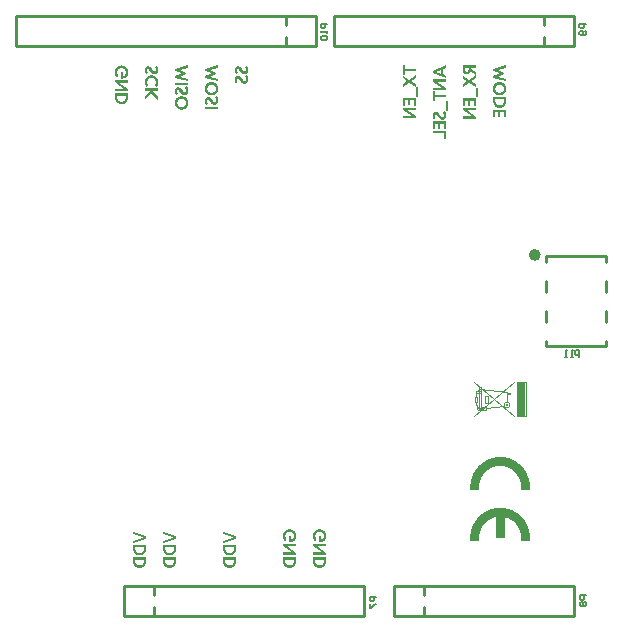
<source format=gbo>
G04*
G04 #@! TF.GenerationSoftware,Altium Limited,Altium Designer,22.10.1 (41)*
G04*
G04 Layer_Color=32896*
%FSLAX24Y24*%
%MOIN*%
G70*
G04*
G04 #@! TF.SameCoordinates,1EAF6387-FA3A-421D-BABF-0C9075E41397*
G04*
G04*
G04 #@! TF.FilePolarity,Positive*
G04*
G01*
G75*
%ADD13C,0.0100*%
%ADD14C,0.0050*%
%ADD16C,0.0049*%
%ADD61C,0.0200*%
%ADD62R,0.0289X0.1150*%
G36*
X18877Y4111D02*
X18867Y4109D01*
X18846Y4104D01*
X18825Y4098D01*
X18804Y4091D01*
X18783Y4084D01*
X18763Y4076D01*
X18743Y4067D01*
X18723Y4058D01*
X18704Y4048D01*
X18684Y4038D01*
X18666Y4027D01*
X18647Y4015D01*
X18629Y4003D01*
X18611Y3991D01*
X18594Y3977D01*
X18577Y3964D01*
X18560Y3949D01*
X18544Y3934D01*
X18529Y3919D01*
X18514Y3903D01*
X18499Y3887D01*
X18485Y3870D01*
X18472Y3853D01*
X18459Y3836D01*
X18446Y3818D01*
X18434Y3799D01*
X18423Y3781D01*
X18412Y3762D01*
X18402Y3742D01*
X18393Y3723D01*
X18384Y3703D01*
X18376Y3683D01*
X18368Y3662D01*
X18361Y3642D01*
X18355Y3621D01*
X18349Y3600D01*
X18344Y3578D01*
X18340Y3557D01*
X18336Y3535D01*
X18333Y3514D01*
X18331Y3492D01*
X18329Y3470D01*
X18328Y3449D01*
X18328Y3427D01*
X18328Y3405D01*
X18329Y3383D01*
X18331Y3361D01*
X18333Y3340D01*
X18335Y3329D01*
X18335D01*
X18036Y3329D01*
X18035Y3343D01*
X18033Y3370D01*
X18031Y3398D01*
X18031Y3426D01*
X18031Y3453D01*
X18032Y3481D01*
X18034Y3509D01*
X18037Y3536D01*
X18040Y3564D01*
X18044Y3591D01*
X18049Y3619D01*
X18055Y3646D01*
X18061Y3673D01*
X18069Y3700D01*
X18077Y3726D01*
X18085Y3753D01*
X18095Y3779D01*
X18105Y3804D01*
X18116Y3830D01*
X18127Y3855D01*
X18139Y3880D01*
X18152Y3905D01*
X18166Y3929D01*
X18180Y3953D01*
X18195Y3976D01*
X18211Y3999D01*
X18227Y4021D01*
X18244Y4043D01*
X18261Y4065D01*
X18279Y4086D01*
X18298Y4107D01*
X18317Y4127D01*
X18337Y4146D01*
X18357Y4165D01*
X18378Y4184D01*
X18399Y4201D01*
X18421Y4218D01*
X18443Y4235D01*
X18466Y4251D01*
X18489Y4266D01*
X18512Y4281D01*
X18536Y4295D01*
X18560Y4308D01*
X18585Y4321D01*
X18610Y4333D01*
X18636Y4344D01*
X18661Y4355D01*
X18687Y4365D01*
X18713Y4374D01*
X18740Y4382D01*
X18766Y4390D01*
X18793Y4396D01*
X18820Y4403D01*
X18848Y4408D01*
X18875Y4413D01*
X18902Y4416D01*
X18930Y4420D01*
X18958Y4422D01*
X18985Y4423D01*
X19013Y4424D01*
X19041D01*
X19068Y4423D01*
X19096Y4422D01*
X19124Y4420D01*
X19151Y4416D01*
X19179Y4413D01*
X19206Y4408D01*
X19233Y4403D01*
X19260Y4396D01*
X19287Y4390D01*
X19314Y4382D01*
X19340Y4374D01*
X19367Y4365D01*
X19392Y4355D01*
X19418Y4344D01*
X19443Y4333D01*
X19468Y4321D01*
X19493Y4308D01*
X19518Y4295D01*
X19541Y4281D01*
X19565Y4266D01*
X19588Y4251D01*
X19611Y4235D01*
X19633Y4218D01*
X19655Y4201D01*
X19676Y4184D01*
X19697Y4165D01*
X19717Y4146D01*
X19737Y4127D01*
X19756Y4107D01*
X19775Y4086D01*
X19793Y4065D01*
X19810Y4043D01*
X19827Y4021D01*
X19843Y3999D01*
X19859Y3976D01*
X19874Y3953D01*
X19888Y3929D01*
X19901Y3905D01*
X19914Y3880D01*
X19927Y3855D01*
X19938Y3830D01*
X19949Y3804D01*
X19959Y3779D01*
X19968Y3753D01*
X19977Y3726D01*
X19985Y3700D01*
X19992Y3673D01*
X19999Y3646D01*
X20004Y3619D01*
X20009Y3591D01*
X20013Y3564D01*
X20017Y3536D01*
X20019Y3509D01*
X20021Y3481D01*
X20022Y3453D01*
X20023Y3426D01*
X20022Y3398D01*
X20021Y3370D01*
X20019Y3343D01*
X20018Y3329D01*
X20018Y3329D01*
X19719D01*
X19720Y3340D01*
X19723Y3361D01*
X19725Y3383D01*
X19726Y3405D01*
X19726Y3427D01*
X19726Y3449D01*
X19725Y3470D01*
X19723Y3492D01*
X19721Y3514D01*
X19718Y3535D01*
X19714Y3557D01*
X19710Y3578D01*
X19705Y3600D01*
X19699Y3621D01*
X19693Y3642D01*
X19686Y3662D01*
X19678Y3683D01*
X19670Y3703D01*
X19661Y3723D01*
X19651Y3742D01*
X19641Y3762D01*
X19631Y3781D01*
X19619Y3799D01*
X19608Y3818D01*
X19595Y3836D01*
X19582Y3853D01*
X19569Y3870D01*
X19555Y3887D01*
X19540Y3903D01*
X19525Y3919D01*
X19509Y3934D01*
X19493Y3949D01*
X19477Y3964D01*
X19460Y3977D01*
X19443Y3991D01*
X19425Y4003D01*
X19407Y4015D01*
X19388Y4027D01*
X19369Y4038D01*
X19350Y4048D01*
X19331Y4058D01*
X19311Y4067D01*
X19291Y4076D01*
X19270Y4084D01*
X19250Y4091D01*
X19229Y4098D01*
X19208Y4104D01*
X19187Y4109D01*
X19176Y4111D01*
X19176Y4111D01*
Y3428D01*
X18877Y3428D01*
Y4111D01*
D02*
G37*
G36*
X18036Y5022D02*
X18035Y5035D01*
X18033Y5063D01*
X18031Y5091D01*
X18031Y5119D01*
X18031Y5146D01*
X18032Y5174D01*
X18034Y5202D01*
X18037Y5229D01*
X18040Y5257D01*
X18044Y5284D01*
X18049Y5311D01*
X18055Y5339D01*
X18061Y5366D01*
X18069Y5392D01*
X18077Y5419D01*
X18085Y5445D01*
X18095Y5471D01*
X18105Y5497D01*
X18116Y5523D01*
X18127Y5548D01*
X18139Y5573D01*
X18152Y5597D01*
X18166Y5622D01*
X18180Y5645D01*
X18195Y5669D01*
X18211Y5692D01*
X18227Y5714D01*
X18244Y5736D01*
X18261Y5758D01*
X18279Y5779D01*
X18298Y5799D01*
X18317Y5820D01*
X18337Y5839D01*
X18357Y5858D01*
X18378Y5876D01*
X18399Y5894D01*
X18421Y5911D01*
X18443Y5928D01*
X18466Y5944D01*
X18489Y5959D01*
X18512Y5974D01*
X18536Y5988D01*
X18560Y6001D01*
X18585Y6014D01*
X18610Y6026D01*
X18636Y6037D01*
X18661Y6048D01*
X18687Y6057D01*
X18713Y6066D01*
X18740Y6075D01*
X18766Y6082D01*
X18793Y6089D01*
X18820Y6095D01*
X18848Y6101D01*
X18875Y6105D01*
X18902Y6109D01*
X18930Y6112D01*
X18958Y6115D01*
X18985Y6116D01*
X19013Y6117D01*
X19041D01*
X19068Y6116D01*
X19096Y6115D01*
X19124Y6112D01*
X19151Y6109D01*
X19179Y6105D01*
X19206Y6101D01*
X19233Y6095D01*
X19260Y6089D01*
X19287Y6082D01*
X19314Y6075D01*
X19340Y6066D01*
X19367Y6057D01*
X19392Y6048D01*
X19418Y6037D01*
X19443Y6026D01*
X19468Y6014D01*
X19493Y6001D01*
X19518Y5988D01*
X19541Y5974D01*
X19565Y5959D01*
X19588Y5944D01*
X19611Y5928D01*
X19633Y5911D01*
X19655Y5894D01*
X19676Y5876D01*
X19697Y5858D01*
X19717Y5839D01*
X19737Y5820D01*
X19756Y5799D01*
X19775Y5779D01*
X19793Y5758D01*
X19810Y5736D01*
X19827Y5714D01*
X19843Y5692D01*
X19859Y5669D01*
X19874Y5645D01*
X19888Y5622D01*
X19901Y5597D01*
X19914Y5573D01*
X19927Y5548D01*
X19938Y5523D01*
X19949Y5497D01*
X19959Y5471D01*
X19968Y5445D01*
X19977Y5419D01*
X19985Y5392D01*
X19992Y5366D01*
X19999Y5339D01*
X20004Y5311D01*
X20009Y5284D01*
X20013Y5257D01*
X20017Y5229D01*
X20019Y5202D01*
X20021Y5174D01*
X20022Y5146D01*
X20023Y5119D01*
X20022Y5091D01*
X20021Y5063D01*
X20019Y5035D01*
X20018Y5022D01*
X20018Y5022D01*
X19719D01*
X19720Y5033D01*
X19723Y5056D01*
X19725Y5079D01*
X19726Y5102D01*
X19726Y5125D01*
X19725Y5148D01*
X19724Y5171D01*
X19722Y5194D01*
X19719Y5217D01*
X19716Y5240D01*
X19712Y5262D01*
X19707Y5285D01*
X19701Y5307D01*
X19694Y5329D01*
X19687Y5351D01*
X19679Y5373D01*
X19671Y5394D01*
X19661Y5415D01*
X19651Y5436D01*
X19640Y5456D01*
X19629Y5476D01*
X19617Y5496D01*
X19604Y5515D01*
X19591Y5534D01*
X19577Y5552D01*
X19563Y5570D01*
X19548Y5588D01*
X19532Y5605D01*
X19516Y5621D01*
X19499Y5637D01*
X19482Y5652D01*
X19464Y5667D01*
X19446Y5681D01*
X19427Y5694D01*
X19408Y5707D01*
X19389Y5720D01*
X19369Y5731D01*
X19348Y5742D01*
X19328Y5752D01*
X19307Y5762D01*
X19286Y5771D01*
X19264Y5779D01*
X19242Y5786D01*
X19220Y5793D01*
X19198Y5799D01*
X19175Y5804D01*
X19153Y5809D01*
X19130Y5813D01*
X19107Y5816D01*
X19084Y5818D01*
X19061Y5820D01*
X19038Y5820D01*
X19015D01*
X18992Y5820D01*
X18969Y5818D01*
X18946Y5816D01*
X18924Y5813D01*
X18901Y5809D01*
X18878Y5804D01*
X18856Y5799D01*
X18834Y5793D01*
X18811Y5786D01*
X18790Y5779D01*
X18768Y5771D01*
X18747Y5762D01*
X18726Y5752D01*
X18705Y5742D01*
X18685Y5731D01*
X18665Y5720D01*
X18646Y5707D01*
X18626Y5694D01*
X18608Y5681D01*
X18590Y5667D01*
X18572Y5652D01*
X18555Y5637D01*
X18538Y5621D01*
X18522Y5605D01*
X18506Y5588D01*
X18491Y5570D01*
X18476Y5552D01*
X18463Y5534D01*
X18449Y5515D01*
X18437Y5496D01*
X18425Y5476D01*
X18413Y5456D01*
X18402Y5436D01*
X18392Y5415D01*
X18383Y5394D01*
X18374Y5373D01*
X18367Y5351D01*
X18359Y5329D01*
X18353Y5307D01*
X18347Y5285D01*
X18342Y5262D01*
X18338Y5240D01*
X18334Y5217D01*
X18331Y5194D01*
X18329Y5171D01*
X18328Y5148D01*
X18328Y5125D01*
X18328Y5102D01*
X18329Y5079D01*
X18331Y5056D01*
X18333Y5033D01*
X18335Y5022D01*
X18335D01*
X18036Y5022D01*
D02*
G37*
G36*
X6421Y19164D02*
X6433Y19163D01*
X6444Y19161D01*
X6456Y19160D01*
X6466Y19157D01*
X6475Y19155D01*
X6484Y19152D01*
X6493Y19150D01*
X6500Y19147D01*
X6507Y19144D01*
X6513Y19142D01*
X6517Y19139D01*
X6521Y19138D01*
X6524Y19136D01*
X6526Y19135D01*
X6526Y19135D01*
X6536Y19129D01*
X6544Y19123D01*
X6552Y19117D01*
X6559Y19110D01*
X6566Y19104D01*
X6573Y19097D01*
X6578Y19090D01*
X6584Y19084D01*
X6588Y19078D01*
X6592Y19073D01*
X6596Y19068D01*
X6599Y19063D01*
X6601Y19060D01*
X6602Y19057D01*
X6603Y19055D01*
X6604Y19055D01*
X6608Y19045D01*
X6612Y19035D01*
X6616Y19025D01*
X6619Y19015D01*
X6622Y19005D01*
X6624Y18995D01*
X6626Y18986D01*
X6627Y18977D01*
X6628Y18969D01*
X6629Y18962D01*
X6630Y18955D01*
X6630Y18949D01*
X6631Y18944D01*
Y18938D01*
X6630Y18925D01*
X6629Y18913D01*
X6628Y18902D01*
X6626Y18891D01*
X6623Y18880D01*
X6621Y18871D01*
X6618Y18862D01*
X6616Y18854D01*
X6613Y18847D01*
X6610Y18840D01*
X6608Y18835D01*
X6605Y18830D01*
X6603Y18826D01*
X6602Y18824D01*
X6601Y18822D01*
X6601Y18822D01*
X6595Y18813D01*
X6588Y18805D01*
X6582Y18797D01*
X6575Y18790D01*
X6568Y18784D01*
X6561Y18778D01*
X6555Y18772D01*
X6548Y18768D01*
X6543Y18764D01*
X6537Y18760D01*
X6532Y18757D01*
X6528Y18754D01*
X6524Y18753D01*
X6521Y18751D01*
X6520Y18750D01*
X6519Y18750D01*
X6509Y18746D01*
X6500Y18742D01*
X6490Y18739D01*
X6480Y18736D01*
X6460Y18732D01*
X6452Y18731D01*
X6443Y18729D01*
X6435Y18728D01*
X6428Y18727D01*
X6421Y18727D01*
X6416Y18727D01*
X6411Y18726D01*
X6408D01*
X6406D01*
X6405D01*
X6399D01*
X6395D01*
X6390Y18727D01*
X6387D01*
X6384D01*
X6382Y18727D01*
X6381D01*
X6380D01*
Y18932D01*
X6452D01*
Y18810D01*
X6462Y18811D01*
X6471Y18814D01*
X6479Y18816D01*
X6486Y18819D01*
X6492Y18822D01*
X6496Y18825D01*
X6498Y18826D01*
X6499Y18826D01*
X6500Y18827D01*
X6500D01*
X6508Y18833D01*
X6516Y18840D01*
X6522Y18847D01*
X6527Y18853D01*
X6532Y18860D01*
X6535Y18864D01*
X6536Y18866D01*
X6536Y18868D01*
X6537Y18868D01*
Y18869D01*
X6542Y18879D01*
X6545Y18891D01*
X6548Y18902D01*
X6550Y18912D01*
X6550Y18917D01*
X6551Y18921D01*
X6551Y18925D01*
Y18928D01*
X6551Y18931D01*
Y18935D01*
X6551Y18950D01*
X6549Y18965D01*
X6547Y18971D01*
X6546Y18978D01*
X6544Y18984D01*
X6542Y18989D01*
X6541Y18994D01*
X6539Y18998D01*
X6537Y19002D01*
X6536Y19005D01*
X6535Y19007D01*
X6534Y19009D01*
X6533Y19010D01*
Y19011D01*
X6526Y19022D01*
X6517Y19032D01*
X6509Y19041D01*
X6501Y19048D01*
X6494Y19053D01*
X6490Y19055D01*
X6488Y19058D01*
X6486Y19059D01*
X6484Y19060D01*
X6483Y19061D01*
X6482D01*
X6470Y19066D01*
X6457Y19071D01*
X6445Y19074D01*
X6433Y19076D01*
X6428Y19077D01*
X6424Y19077D01*
X6419Y19078D01*
X6416D01*
X6413Y19078D01*
X6410D01*
X6409D01*
X6409D01*
X6394Y19077D01*
X6380Y19076D01*
X6368Y19073D01*
X6362Y19072D01*
X6357Y19070D01*
X6352Y19068D01*
X6348Y19067D01*
X6344Y19066D01*
X6341Y19064D01*
X6338Y19063D01*
X6337Y19062D01*
X6336Y19062D01*
X6335D01*
X6324Y19054D01*
X6314Y19047D01*
X6305Y19039D01*
X6298Y19031D01*
X6292Y19024D01*
X6290Y19020D01*
X6288Y19018D01*
X6286Y19016D01*
X6285Y19014D01*
X6284Y19013D01*
Y19013D01*
X6278Y19000D01*
X6274Y18987D01*
X6270Y18974D01*
X6268Y18963D01*
X6267Y18958D01*
X6267Y18953D01*
X6266Y18948D01*
Y18945D01*
X6266Y18942D01*
Y18938D01*
X6266Y18926D01*
X6268Y18914D01*
X6270Y18903D01*
X6273Y18892D01*
X6276Y18882D01*
X6280Y18872D01*
X6284Y18863D01*
X6288Y18855D01*
X6292Y18847D01*
X6296Y18841D01*
X6299Y18835D01*
X6303Y18830D01*
X6305Y18826D01*
X6307Y18823D01*
X6309Y18821D01*
X6309Y18821D01*
X6243Y18769D01*
X6233Y18782D01*
X6224Y18796D01*
X6217Y18810D01*
X6210Y18824D01*
X6205Y18838D01*
X6200Y18852D01*
X6197Y18865D01*
X6193Y18878D01*
X6191Y18890D01*
X6189Y18901D01*
X6188Y18910D01*
X6187Y18919D01*
X6187Y18925D01*
X6186Y18928D01*
Y18935D01*
X6187Y18948D01*
X6188Y18959D01*
X6189Y18971D01*
X6191Y18982D01*
X6193Y18993D01*
X6195Y19003D01*
X6198Y19013D01*
X6200Y19021D01*
X6203Y19028D01*
X6205Y19035D01*
X6208Y19041D01*
X6210Y19046D01*
X6212Y19050D01*
X6213Y19053D01*
X6214Y19055D01*
X6214Y19055D01*
X6220Y19065D01*
X6226Y19073D01*
X6232Y19082D01*
X6238Y19090D01*
X6245Y19097D01*
X6251Y19104D01*
X6258Y19110D01*
X6264Y19115D01*
X6270Y19120D01*
X6275Y19124D01*
X6280Y19127D01*
X6284Y19131D01*
X6288Y19133D01*
X6291Y19134D01*
X6292Y19135D01*
X6293Y19136D01*
X6303Y19141D01*
X6312Y19145D01*
X6322Y19149D01*
X6332Y19152D01*
X6342Y19155D01*
X6352Y19157D01*
X6361Y19159D01*
X6370Y19161D01*
X6378Y19162D01*
X6385Y19163D01*
X6392Y19163D01*
X6398Y19164D01*
X6403Y19164D01*
X6406D01*
X6408D01*
X6409D01*
X6421Y19164D01*
D02*
G37*
G36*
X6622Y18596D02*
X6330D01*
Y18595D01*
X6622Y18388D01*
Y18315D01*
X6195D01*
Y18393D01*
X6488D01*
Y18394D01*
X6195Y18601D01*
Y18673D01*
X6622D01*
Y18596D01*
D02*
G37*
G36*
Y18098D02*
X6621Y18087D01*
X6620Y18075D01*
X6620Y18064D01*
X6618Y18053D01*
X6616Y18043D01*
X6614Y18033D01*
X6611Y18025D01*
X6609Y18017D01*
X6607Y18009D01*
X6604Y18003D01*
X6602Y17997D01*
X6600Y17992D01*
X6598Y17988D01*
X6597Y17986D01*
X6597Y17984D01*
X6596Y17984D01*
X6591Y17974D01*
X6585Y17966D01*
X6580Y17957D01*
X6574Y17950D01*
X6567Y17943D01*
X6561Y17937D01*
X6555Y17930D01*
X6549Y17925D01*
X6543Y17921D01*
X6539Y17916D01*
X6534Y17913D01*
X6530Y17910D01*
X6526Y17908D01*
X6524Y17906D01*
X6522Y17905D01*
X6522Y17905D01*
X6513Y17900D01*
X6503Y17896D01*
X6494Y17892D01*
X6484Y17888D01*
X6474Y17886D01*
X6465Y17884D01*
X6456Y17881D01*
X6447Y17880D01*
X6439Y17879D01*
X6432Y17878D01*
X6425Y17877D01*
X6420Y17877D01*
X6415Y17877D01*
X6411D01*
X6410D01*
X6409D01*
X6397Y17877D01*
X6385Y17878D01*
X6374Y17879D01*
X6363Y17881D01*
X6353Y17883D01*
X6344Y17885D01*
X6335Y17888D01*
X6327Y17891D01*
X6320Y17893D01*
X6314Y17896D01*
X6308Y17898D01*
X6303Y17900D01*
X6300Y17902D01*
X6297Y17904D01*
X6296Y17904D01*
X6295Y17905D01*
X6286Y17911D01*
X6278Y17916D01*
X6270Y17923D01*
X6263Y17929D01*
X6257Y17936D01*
X6250Y17942D01*
X6245Y17949D01*
X6240Y17955D01*
X6236Y17961D01*
X6232Y17966D01*
X6229Y17971D01*
X6226Y17975D01*
X6224Y17979D01*
X6223Y17981D01*
X6222Y17983D01*
X6221Y17984D01*
X6217Y17993D01*
X6212Y18003D01*
X6209Y18013D01*
X6206Y18022D01*
X6204Y18032D01*
X6201Y18042D01*
X6200Y18051D01*
X6198Y18060D01*
X6197Y18068D01*
X6197Y18075D01*
X6196Y18082D01*
X6196Y18087D01*
X6195Y18092D01*
Y18235D01*
X6622D01*
Y18098D01*
D02*
G37*
G36*
X15859Y19048D02*
X16213D01*
Y18970D01*
X15859D01*
Y18853D01*
X15786D01*
Y19164D01*
X15859D01*
Y19048D01*
D02*
G37*
G36*
X16213Y18748D02*
X16050Y18645D01*
X16213Y18541D01*
Y18445D01*
X15987Y18595D01*
X15786Y18461D01*
Y18558D01*
X15923Y18645D01*
X15786Y18731D01*
Y18828D01*
X15987Y18694D01*
X16213Y18845D01*
Y18748D01*
D02*
G37*
G36*
X16280Y18122D02*
X16221D01*
Y18435D01*
X16280D01*
Y18122D01*
D02*
G37*
G36*
X16213Y17820D02*
X16140D01*
Y17998D01*
X16016D01*
Y17839D01*
X15945D01*
Y17998D01*
X15859D01*
Y17823D01*
X15786D01*
Y18076D01*
X16213D01*
Y17820D01*
D02*
G37*
G36*
Y17678D02*
X15920D01*
Y17678D01*
X16213Y17470D01*
Y17398D01*
X15786D01*
Y17476D01*
X16079D01*
Y17477D01*
X15786Y17683D01*
Y17756D01*
X16213D01*
Y17678D01*
D02*
G37*
G36*
X13021Y3704D02*
X13033Y3703D01*
X13044Y3701D01*
X13056Y3700D01*
X13066Y3697D01*
X13075Y3695D01*
X13084Y3692D01*
X13093Y3689D01*
X13100Y3687D01*
X13107Y3684D01*
X13113Y3681D01*
X13117Y3679D01*
X13121Y3677D01*
X13124Y3676D01*
X13126Y3675D01*
X13126Y3675D01*
X13136Y3669D01*
X13144Y3663D01*
X13152Y3657D01*
X13159Y3650D01*
X13166Y3643D01*
X13173Y3637D01*
X13178Y3630D01*
X13184Y3624D01*
X13188Y3618D01*
X13192Y3612D01*
X13196Y3608D01*
X13199Y3603D01*
X13201Y3600D01*
X13202Y3597D01*
X13203Y3595D01*
X13204Y3595D01*
X13208Y3585D01*
X13212Y3575D01*
X13216Y3565D01*
X13219Y3555D01*
X13222Y3545D01*
X13224Y3535D01*
X13226Y3526D01*
X13227Y3517D01*
X13228Y3509D01*
X13229Y3502D01*
X13230Y3495D01*
X13230Y3489D01*
X13231Y3484D01*
Y3478D01*
X13230Y3465D01*
X13229Y3453D01*
X13228Y3441D01*
X13226Y3430D01*
X13224Y3420D01*
X13221Y3410D01*
X13218Y3402D01*
X13216Y3394D01*
X13213Y3387D01*
X13210Y3380D01*
X13208Y3375D01*
X13205Y3370D01*
X13203Y3366D01*
X13202Y3364D01*
X13201Y3362D01*
X13201Y3361D01*
X13195Y3353D01*
X13188Y3345D01*
X13182Y3337D01*
X13175Y3330D01*
X13168Y3324D01*
X13161Y3318D01*
X13155Y3312D01*
X13148Y3307D01*
X13143Y3304D01*
X13137Y3300D01*
X13132Y3297D01*
X13128Y3294D01*
X13124Y3292D01*
X13121Y3291D01*
X13120Y3290D01*
X13119Y3290D01*
X13109Y3285D01*
X13100Y3282D01*
X13090Y3279D01*
X13080Y3276D01*
X13060Y3272D01*
X13052Y3270D01*
X13043Y3269D01*
X13035Y3268D01*
X13028Y3267D01*
X13021Y3267D01*
X13016Y3266D01*
X13011Y3266D01*
X13008D01*
X13006D01*
X13005D01*
X12999D01*
X12995D01*
X12990Y3266D01*
X12987D01*
X12984D01*
X12982Y3267D01*
X12981D01*
X12980D01*
Y3472D01*
X13052D01*
Y3349D01*
X13062Y3351D01*
X13071Y3353D01*
X13079Y3356D01*
X13086Y3359D01*
X13092Y3362D01*
X13096Y3365D01*
X13098Y3365D01*
X13099Y3366D01*
X13100Y3367D01*
X13100D01*
X13108Y3373D01*
X13116Y3380D01*
X13122Y3387D01*
X13127Y3393D01*
X13132Y3399D01*
X13135Y3404D01*
X13136Y3406D01*
X13136Y3407D01*
X13137Y3408D01*
Y3409D01*
X13142Y3419D01*
X13145Y3430D01*
X13148Y3441D01*
X13150Y3452D01*
X13150Y3456D01*
X13151Y3461D01*
X13151Y3465D01*
Y3468D01*
X13151Y3471D01*
Y3475D01*
X13151Y3490D01*
X13149Y3505D01*
X13147Y3511D01*
X13146Y3517D01*
X13144Y3524D01*
X13142Y3529D01*
X13141Y3534D01*
X13139Y3538D01*
X13137Y3542D01*
X13136Y3545D01*
X13135Y3547D01*
X13134Y3549D01*
X13133Y3550D01*
Y3551D01*
X13126Y3562D01*
X13117Y3572D01*
X13109Y3581D01*
X13101Y3588D01*
X13094Y3593D01*
X13090Y3595D01*
X13088Y3597D01*
X13086Y3599D01*
X13084Y3600D01*
X13083Y3601D01*
X13083D01*
X13070Y3606D01*
X13057Y3611D01*
X13045Y3614D01*
X13033Y3616D01*
X13028Y3617D01*
X13024Y3617D01*
X13019Y3618D01*
X13016D01*
X13013Y3618D01*
X13010D01*
X13009D01*
X13009D01*
X12994Y3617D01*
X12980Y3616D01*
X12968Y3613D01*
X12962Y3612D01*
X12957Y3610D01*
X12952Y3608D01*
X12948Y3607D01*
X12944Y3605D01*
X12941Y3604D01*
X12938Y3603D01*
X12937Y3602D01*
X12936Y3601D01*
X12935D01*
X12924Y3594D01*
X12914Y3586D01*
X12905Y3578D01*
X12898Y3570D01*
X12892Y3563D01*
X12890Y3560D01*
X12888Y3558D01*
X12886Y3555D01*
X12885Y3554D01*
X12884Y3553D01*
Y3552D01*
X12878Y3540D01*
X12874Y3527D01*
X12870Y3514D01*
X12868Y3503D01*
X12867Y3498D01*
X12867Y3493D01*
X12866Y3488D01*
Y3485D01*
X12866Y3482D01*
Y3478D01*
X12866Y3466D01*
X12868Y3454D01*
X12870Y3443D01*
X12873Y3432D01*
X12876Y3422D01*
X12880Y3412D01*
X12884Y3403D01*
X12888Y3395D01*
X12892Y3387D01*
X12896Y3380D01*
X12899Y3375D01*
X12903Y3370D01*
X12905Y3366D01*
X12907Y3363D01*
X12909Y3361D01*
X12909Y3361D01*
X12843Y3309D01*
X12833Y3322D01*
X12824Y3336D01*
X12817Y3350D01*
X12810Y3364D01*
X12805Y3378D01*
X12800Y3392D01*
X12797Y3405D01*
X12793Y3418D01*
X12791Y3429D01*
X12789Y3441D01*
X12788Y3450D01*
X12787Y3459D01*
X12787Y3465D01*
X12786Y3468D01*
Y3475D01*
X12787Y3487D01*
X12788Y3499D01*
X12789Y3511D01*
X12791Y3522D01*
X12793Y3533D01*
X12795Y3543D01*
X12798Y3552D01*
X12800Y3561D01*
X12803Y3568D01*
X12805Y3575D01*
X12808Y3581D01*
X12810Y3586D01*
X12812Y3590D01*
X12813Y3593D01*
X12814Y3595D01*
X12814Y3595D01*
X12820Y3605D01*
X12826Y3613D01*
X12832Y3622D01*
X12838Y3630D01*
X12845Y3637D01*
X12851Y3643D01*
X12858Y3650D01*
X12864Y3655D01*
X12870Y3660D01*
X12875Y3664D01*
X12880Y3667D01*
X12884Y3670D01*
X12888Y3673D01*
X12891Y3674D01*
X12892Y3675D01*
X12893Y3676D01*
X12903Y3681D01*
X12912Y3685D01*
X12922Y3689D01*
X12932Y3692D01*
X12942Y3695D01*
X12952Y3697D01*
X12961Y3699D01*
X12970Y3700D01*
X12978Y3702D01*
X12985Y3703D01*
X12992Y3703D01*
X12998Y3704D01*
X13003Y3704D01*
X13006D01*
X13008D01*
X13009D01*
X13021Y3704D01*
D02*
G37*
G36*
X13222Y3136D02*
X12930D01*
Y3135D01*
X13222Y2928D01*
Y2855D01*
X12795D01*
Y2933D01*
X13088D01*
Y2934D01*
X12795Y3141D01*
Y3213D01*
X13222D01*
Y3136D01*
D02*
G37*
G36*
Y2638D02*
X13221Y2626D01*
X13220Y2615D01*
X13220Y2603D01*
X13218Y2593D01*
X13216Y2583D01*
X13214Y2573D01*
X13211Y2564D01*
X13209Y2557D01*
X13207Y2549D01*
X13204Y2542D01*
X13202Y2537D01*
X13200Y2532D01*
X13198Y2528D01*
X13197Y2526D01*
X13197Y2524D01*
X13196Y2523D01*
X13191Y2514D01*
X13185Y2506D01*
X13180Y2497D01*
X13174Y2490D01*
X13167Y2483D01*
X13161Y2477D01*
X13155Y2470D01*
X13149Y2465D01*
X13144Y2461D01*
X13139Y2456D01*
X13134Y2453D01*
X13130Y2450D01*
X13126Y2448D01*
X13124Y2446D01*
X13122Y2445D01*
X13122Y2445D01*
X13113Y2440D01*
X13103Y2435D01*
X13094Y2431D01*
X13084Y2428D01*
X13074Y2426D01*
X13065Y2423D01*
X13056Y2421D01*
X13047Y2420D01*
X13039Y2419D01*
X13032Y2418D01*
X13025Y2417D01*
X13020Y2417D01*
X13015Y2416D01*
X13011D01*
X13010D01*
X13009D01*
X12997Y2417D01*
X12985Y2418D01*
X12974Y2419D01*
X12963Y2421D01*
X12953Y2423D01*
X12944Y2425D01*
X12935Y2428D01*
X12927Y2431D01*
X12920Y2433D01*
X12914Y2436D01*
X12908Y2438D01*
X12903Y2440D01*
X12900Y2442D01*
X12897Y2443D01*
X12896Y2444D01*
X12895Y2445D01*
X12886Y2450D01*
X12878Y2456D01*
X12870Y2462D01*
X12863Y2469D01*
X12857Y2476D01*
X12850Y2482D01*
X12845Y2488D01*
X12840Y2495D01*
X12836Y2500D01*
X12832Y2506D01*
X12829Y2511D01*
X12826Y2515D01*
X12824Y2519D01*
X12823Y2521D01*
X12822Y2523D01*
X12821Y2523D01*
X12817Y2533D01*
X12812Y2543D01*
X12809Y2553D01*
X12806Y2562D01*
X12804Y2572D01*
X12801Y2582D01*
X12800Y2591D01*
X12798Y2599D01*
X12797Y2608D01*
X12797Y2615D01*
X12796Y2622D01*
X12796Y2627D01*
X12795Y2632D01*
Y2774D01*
X13222D01*
Y2638D01*
D02*
G37*
G36*
X12021Y3704D02*
X12033Y3703D01*
X12044Y3701D01*
X12056Y3700D01*
X12066Y3697D01*
X12075Y3695D01*
X12084Y3692D01*
X12093Y3689D01*
X12100Y3687D01*
X12107Y3684D01*
X12113Y3681D01*
X12117Y3679D01*
X12121Y3677D01*
X12124Y3676D01*
X12126Y3675D01*
X12126Y3675D01*
X12136Y3669D01*
X12144Y3663D01*
X12152Y3657D01*
X12159Y3650D01*
X12166Y3643D01*
X12173Y3637D01*
X12178Y3630D01*
X12184Y3624D01*
X12188Y3618D01*
X12192Y3612D01*
X12196Y3608D01*
X12199Y3603D01*
X12201Y3600D01*
X12202Y3597D01*
X12203Y3595D01*
X12204Y3595D01*
X12208Y3585D01*
X12212Y3575D01*
X12216Y3565D01*
X12219Y3555D01*
X12222Y3545D01*
X12224Y3535D01*
X12226Y3526D01*
X12227Y3517D01*
X12228Y3509D01*
X12229Y3502D01*
X12230Y3495D01*
X12230Y3489D01*
X12231Y3484D01*
Y3478D01*
X12230Y3465D01*
X12229Y3453D01*
X12228Y3441D01*
X12226Y3430D01*
X12224Y3420D01*
X12221Y3410D01*
X12218Y3402D01*
X12216Y3394D01*
X12213Y3387D01*
X12210Y3380D01*
X12208Y3375D01*
X12205Y3370D01*
X12203Y3366D01*
X12202Y3364D01*
X12201Y3362D01*
X12201Y3361D01*
X12195Y3353D01*
X12188Y3345D01*
X12182Y3337D01*
X12175Y3330D01*
X12168Y3324D01*
X12161Y3318D01*
X12155Y3312D01*
X12148Y3307D01*
X12143Y3304D01*
X12137Y3300D01*
X12132Y3297D01*
X12128Y3294D01*
X12124Y3292D01*
X12121Y3291D01*
X12120Y3290D01*
X12119Y3290D01*
X12109Y3285D01*
X12100Y3282D01*
X12090Y3279D01*
X12080Y3276D01*
X12060Y3272D01*
X12052Y3270D01*
X12043Y3269D01*
X12035Y3268D01*
X12028Y3267D01*
X12021Y3267D01*
X12016Y3266D01*
X12011Y3266D01*
X12008D01*
X12006D01*
X12005D01*
X11999D01*
X11995D01*
X11990Y3266D01*
X11987D01*
X11984D01*
X11982Y3267D01*
X11981D01*
X11980D01*
Y3472D01*
X12052D01*
Y3349D01*
X12062Y3351D01*
X12071Y3353D01*
X12079Y3356D01*
X12086Y3359D01*
X12092Y3362D01*
X12096Y3365D01*
X12098Y3365D01*
X12099Y3366D01*
X12100Y3367D01*
X12100D01*
X12108Y3373D01*
X12116Y3380D01*
X12122Y3387D01*
X12127Y3393D01*
X12132Y3399D01*
X12135Y3404D01*
X12136Y3406D01*
X12136Y3407D01*
X12137Y3408D01*
Y3409D01*
X12142Y3419D01*
X12145Y3430D01*
X12148Y3441D01*
X12150Y3452D01*
X12150Y3456D01*
X12151Y3461D01*
X12151Y3465D01*
Y3468D01*
X12151Y3471D01*
Y3475D01*
X12151Y3490D01*
X12149Y3505D01*
X12147Y3511D01*
X12146Y3517D01*
X12144Y3524D01*
X12142Y3529D01*
X12141Y3534D01*
X12139Y3538D01*
X12137Y3542D01*
X12136Y3545D01*
X12135Y3547D01*
X12134Y3549D01*
X12133Y3550D01*
Y3551D01*
X12126Y3562D01*
X12117Y3572D01*
X12109Y3581D01*
X12101Y3588D01*
X12094Y3593D01*
X12090Y3595D01*
X12088Y3597D01*
X12086Y3599D01*
X12084Y3600D01*
X12083Y3601D01*
X12083D01*
X12070Y3606D01*
X12057Y3611D01*
X12045Y3614D01*
X12033Y3616D01*
X12028Y3617D01*
X12024Y3617D01*
X12019Y3618D01*
X12016D01*
X12013Y3618D01*
X12010D01*
X12009D01*
X12009D01*
X11994Y3617D01*
X11980Y3616D01*
X11968Y3613D01*
X11962Y3612D01*
X11957Y3610D01*
X11952Y3608D01*
X11948Y3607D01*
X11944Y3605D01*
X11941Y3604D01*
X11938Y3603D01*
X11937Y3602D01*
X11936Y3601D01*
X11935D01*
X11924Y3594D01*
X11914Y3586D01*
X11905Y3578D01*
X11898Y3570D01*
X11892Y3563D01*
X11890Y3560D01*
X11888Y3558D01*
X11886Y3555D01*
X11885Y3554D01*
X11884Y3553D01*
Y3552D01*
X11878Y3540D01*
X11874Y3527D01*
X11870Y3514D01*
X11868Y3503D01*
X11867Y3498D01*
X11867Y3493D01*
X11866Y3488D01*
Y3485D01*
X11866Y3482D01*
Y3478D01*
X11866Y3466D01*
X11868Y3454D01*
X11870Y3443D01*
X11873Y3432D01*
X11876Y3422D01*
X11880Y3412D01*
X11884Y3403D01*
X11888Y3395D01*
X11892Y3387D01*
X11896Y3380D01*
X11899Y3375D01*
X11903Y3370D01*
X11905Y3366D01*
X11907Y3363D01*
X11909Y3361D01*
X11909Y3361D01*
X11843Y3309D01*
X11833Y3322D01*
X11824Y3336D01*
X11817Y3350D01*
X11810Y3364D01*
X11805Y3378D01*
X11800Y3392D01*
X11797Y3405D01*
X11793Y3418D01*
X11791Y3429D01*
X11789Y3441D01*
X11788Y3450D01*
X11787Y3459D01*
X11787Y3465D01*
X11786Y3468D01*
Y3475D01*
X11787Y3487D01*
X11788Y3499D01*
X11789Y3511D01*
X11791Y3522D01*
X11793Y3533D01*
X11795Y3543D01*
X11798Y3552D01*
X11800Y3561D01*
X11803Y3568D01*
X11805Y3575D01*
X11808Y3581D01*
X11810Y3586D01*
X11812Y3590D01*
X11813Y3593D01*
X11814Y3595D01*
X11814Y3595D01*
X11820Y3605D01*
X11826Y3613D01*
X11832Y3622D01*
X11838Y3630D01*
X11845Y3637D01*
X11851Y3643D01*
X11858Y3650D01*
X11864Y3655D01*
X11870Y3660D01*
X11875Y3664D01*
X11880Y3667D01*
X11884Y3670D01*
X11888Y3673D01*
X11891Y3674D01*
X11892Y3675D01*
X11893Y3676D01*
X11903Y3681D01*
X11912Y3685D01*
X11922Y3689D01*
X11932Y3692D01*
X11942Y3695D01*
X11952Y3697D01*
X11961Y3699D01*
X11970Y3700D01*
X11978Y3702D01*
X11985Y3703D01*
X11992Y3703D01*
X11998Y3704D01*
X12003Y3704D01*
X12006D01*
X12008D01*
X12009D01*
X12021Y3704D01*
D02*
G37*
G36*
X12222Y3136D02*
X11930D01*
Y3135D01*
X12222Y2928D01*
Y2855D01*
X11795D01*
Y2933D01*
X12088D01*
Y2934D01*
X11795Y3141D01*
Y3213D01*
X12222D01*
Y3136D01*
D02*
G37*
G36*
Y2638D02*
X12221Y2626D01*
X12220Y2615D01*
X12220Y2603D01*
X12218Y2593D01*
X12216Y2583D01*
X12214Y2573D01*
X12211Y2564D01*
X12209Y2557D01*
X12207Y2549D01*
X12204Y2542D01*
X12202Y2537D01*
X12200Y2532D01*
X12198Y2528D01*
X12197Y2526D01*
X12197Y2524D01*
X12196Y2523D01*
X12191Y2514D01*
X12185Y2506D01*
X12180Y2497D01*
X12174Y2490D01*
X12167Y2483D01*
X12161Y2477D01*
X12155Y2470D01*
X12149Y2465D01*
X12143Y2461D01*
X12139Y2456D01*
X12134Y2453D01*
X12130Y2450D01*
X12126Y2448D01*
X12124Y2446D01*
X12122Y2445D01*
X12122Y2445D01*
X12113Y2440D01*
X12103Y2435D01*
X12094Y2431D01*
X12084Y2428D01*
X12074Y2426D01*
X12065Y2423D01*
X12056Y2421D01*
X12047Y2420D01*
X12039Y2419D01*
X12032Y2418D01*
X12025Y2417D01*
X12020Y2417D01*
X12015Y2416D01*
X12011D01*
X12010D01*
X12009D01*
X11997Y2417D01*
X11985Y2418D01*
X11974Y2419D01*
X11963Y2421D01*
X11953Y2423D01*
X11944Y2425D01*
X11935Y2428D01*
X11927Y2431D01*
X11920Y2433D01*
X11914Y2436D01*
X11908Y2438D01*
X11903Y2440D01*
X11900Y2442D01*
X11897Y2443D01*
X11896Y2444D01*
X11895Y2445D01*
X11886Y2450D01*
X11878Y2456D01*
X11870Y2462D01*
X11863Y2469D01*
X11857Y2476D01*
X11850Y2482D01*
X11845Y2488D01*
X11840Y2495D01*
X11836Y2500D01*
X11832Y2506D01*
X11829Y2511D01*
X11826Y2515D01*
X11824Y2519D01*
X11823Y2521D01*
X11822Y2523D01*
X11821Y2523D01*
X11817Y2533D01*
X11812Y2543D01*
X11809Y2553D01*
X11806Y2562D01*
X11804Y2572D01*
X11801Y2582D01*
X11800Y2591D01*
X11798Y2599D01*
X11797Y2608D01*
X11797Y2615D01*
X11796Y2622D01*
X11796Y2627D01*
X11795Y2632D01*
Y2774D01*
X12222D01*
Y2638D01*
D02*
G37*
G36*
X10222Y3470D02*
Y3391D01*
X9795Y3233D01*
Y3325D01*
X10117Y3429D01*
Y3431D01*
X9795Y3536D01*
Y3628D01*
X10222Y3470D01*
D02*
G37*
G36*
Y3055D02*
X10221Y3043D01*
X10220Y3031D01*
X10220Y3020D01*
X10218Y3009D01*
X10216Y2999D01*
X10214Y2990D01*
X10211Y2981D01*
X10209Y2973D01*
X10207Y2965D01*
X10204Y2959D01*
X10202Y2953D01*
X10200Y2949D01*
X10198Y2945D01*
X10197Y2942D01*
X10197Y2940D01*
X10196Y2940D01*
X10191Y2930D01*
X10185Y2922D01*
X10180Y2914D01*
X10174Y2906D01*
X10167Y2899D01*
X10161Y2893D01*
X10155Y2887D01*
X10149Y2881D01*
X10144Y2877D01*
X10139Y2873D01*
X10134Y2869D01*
X10130Y2866D01*
X10126Y2864D01*
X10124Y2862D01*
X10122Y2862D01*
X10122Y2861D01*
X10113Y2856D01*
X10103Y2852D01*
X10094Y2848D01*
X10084Y2845D01*
X10074Y2842D01*
X10065Y2840D01*
X10056Y2838D01*
X10047Y2836D01*
X10039Y2835D01*
X10032Y2834D01*
X10025Y2834D01*
X10020Y2833D01*
X10015Y2833D01*
X10011D01*
X10010D01*
X10009D01*
X9997Y2833D01*
X9985Y2834D01*
X9974Y2835D01*
X9963Y2837D01*
X9953Y2839D01*
X9944Y2842D01*
X9935Y2844D01*
X9927Y2847D01*
X9920Y2850D01*
X9914Y2852D01*
X9908Y2854D01*
X9903Y2857D01*
X9900Y2858D01*
X9897Y2860D01*
X9896Y2861D01*
X9895Y2861D01*
X9886Y2867D01*
X9878Y2873D01*
X9870Y2879D01*
X9863Y2885D01*
X9857Y2892D01*
X9850Y2898D01*
X9845Y2905D01*
X9840Y2911D01*
X9836Y2917D01*
X9832Y2923D01*
X9829Y2927D01*
X9826Y2931D01*
X9824Y2935D01*
X9823Y2938D01*
X9822Y2939D01*
X9821Y2940D01*
X9817Y2949D01*
X9812Y2959D01*
X9809Y2969D01*
X9806Y2979D01*
X9804Y2988D01*
X9801Y2998D01*
X9800Y3007D01*
X9798Y3016D01*
X9797Y3024D01*
X9797Y3031D01*
X9796Y3038D01*
X9796Y3044D01*
X9795Y3048D01*
Y3191D01*
X10222D01*
Y3055D01*
D02*
G37*
G36*
Y2638D02*
X10221Y2626D01*
X10220Y2615D01*
X10220Y2603D01*
X10218Y2593D01*
X10216Y2583D01*
X10214Y2573D01*
X10211Y2564D01*
X10209Y2557D01*
X10207Y2549D01*
X10204Y2542D01*
X10202Y2537D01*
X10200Y2532D01*
X10198Y2528D01*
X10197Y2526D01*
X10197Y2524D01*
X10196Y2523D01*
X10191Y2514D01*
X10185Y2506D01*
X10180Y2497D01*
X10174Y2490D01*
X10167Y2483D01*
X10161Y2477D01*
X10155Y2470D01*
X10149Y2465D01*
X10144Y2461D01*
X10139Y2456D01*
X10134Y2453D01*
X10130Y2450D01*
X10126Y2448D01*
X10124Y2446D01*
X10122Y2445D01*
X10122Y2445D01*
X10113Y2440D01*
X10103Y2435D01*
X10094Y2431D01*
X10084Y2428D01*
X10074Y2426D01*
X10065Y2423D01*
X10056Y2421D01*
X10047Y2420D01*
X10039Y2419D01*
X10032Y2418D01*
X10025Y2417D01*
X10020Y2417D01*
X10015Y2416D01*
X10011D01*
X10010D01*
X10009D01*
X9997Y2417D01*
X9985Y2418D01*
X9974Y2419D01*
X9963Y2421D01*
X9953Y2423D01*
X9944Y2425D01*
X9935Y2428D01*
X9927Y2431D01*
X9920Y2433D01*
X9914Y2436D01*
X9908Y2438D01*
X9903Y2440D01*
X9900Y2442D01*
X9897Y2443D01*
X9896Y2444D01*
X9895Y2445D01*
X9886Y2450D01*
X9878Y2456D01*
X9870Y2462D01*
X9863Y2469D01*
X9857Y2476D01*
X9850Y2482D01*
X9845Y2488D01*
X9840Y2495D01*
X9836Y2500D01*
X9832Y2506D01*
X9829Y2511D01*
X9826Y2515D01*
X9824Y2519D01*
X9823Y2521D01*
X9822Y2523D01*
X9821Y2523D01*
X9817Y2533D01*
X9812Y2543D01*
X9809Y2553D01*
X9806Y2562D01*
X9804Y2572D01*
X9801Y2582D01*
X9800Y2591D01*
X9798Y2599D01*
X9797Y2608D01*
X9797Y2615D01*
X9796Y2622D01*
X9796Y2627D01*
X9795Y2632D01*
Y2774D01*
X10222D01*
Y2638D01*
D02*
G37*
G36*
X8222Y3470D02*
Y3391D01*
X7795Y3233D01*
Y3325D01*
X8117Y3429D01*
Y3431D01*
X7795Y3536D01*
Y3628D01*
X8222Y3470D01*
D02*
G37*
G36*
Y3055D02*
X8221Y3043D01*
X8220Y3031D01*
X8220Y3020D01*
X8218Y3009D01*
X8216Y2999D01*
X8214Y2990D01*
X8211Y2981D01*
X8209Y2973D01*
X8207Y2965D01*
X8204Y2959D01*
X8202Y2953D01*
X8200Y2949D01*
X8198Y2945D01*
X8197Y2942D01*
X8197Y2940D01*
X8196Y2940D01*
X8191Y2930D01*
X8185Y2922D01*
X8180Y2914D01*
X8174Y2906D01*
X8167Y2899D01*
X8161Y2893D01*
X8155Y2887D01*
X8149Y2881D01*
X8144Y2877D01*
X8139Y2873D01*
X8134Y2869D01*
X8130Y2866D01*
X8126Y2864D01*
X8124Y2862D01*
X8122Y2862D01*
X8122Y2861D01*
X8113Y2856D01*
X8103Y2852D01*
X8094Y2848D01*
X8084Y2845D01*
X8074Y2842D01*
X8065Y2840D01*
X8056Y2838D01*
X8047Y2836D01*
X8039Y2835D01*
X8032Y2834D01*
X8025Y2834D01*
X8020Y2833D01*
X8015Y2833D01*
X8011D01*
X8010D01*
X8009D01*
X7997Y2833D01*
X7985Y2834D01*
X7974Y2835D01*
X7963Y2837D01*
X7953Y2839D01*
X7944Y2842D01*
X7935Y2844D01*
X7927Y2847D01*
X7920Y2850D01*
X7914Y2852D01*
X7908Y2854D01*
X7903Y2857D01*
X7900Y2858D01*
X7897Y2860D01*
X7896Y2861D01*
X7895Y2861D01*
X7886Y2867D01*
X7878Y2873D01*
X7870Y2879D01*
X7863Y2885D01*
X7857Y2892D01*
X7850Y2898D01*
X7845Y2905D01*
X7840Y2911D01*
X7836Y2917D01*
X7832Y2923D01*
X7829Y2927D01*
X7826Y2931D01*
X7824Y2935D01*
X7823Y2938D01*
X7822Y2939D01*
X7821Y2940D01*
X7817Y2949D01*
X7812Y2959D01*
X7809Y2969D01*
X7806Y2979D01*
X7804Y2988D01*
X7801Y2998D01*
X7800Y3007D01*
X7798Y3016D01*
X7797Y3024D01*
X7797Y3031D01*
X7796Y3038D01*
X7796Y3044D01*
X7795Y3048D01*
Y3191D01*
X8222D01*
Y3055D01*
D02*
G37*
G36*
Y2638D02*
X8221Y2626D01*
X8220Y2615D01*
X8220Y2603D01*
X8218Y2593D01*
X8216Y2583D01*
X8214Y2573D01*
X8211Y2564D01*
X8209Y2557D01*
X8207Y2549D01*
X8204Y2542D01*
X8202Y2537D01*
X8200Y2532D01*
X8198Y2528D01*
X8197Y2526D01*
X8197Y2524D01*
X8196Y2523D01*
X8191Y2514D01*
X8185Y2506D01*
X8180Y2497D01*
X8174Y2490D01*
X8167Y2483D01*
X8161Y2477D01*
X8155Y2470D01*
X8149Y2465D01*
X8144Y2461D01*
X8139Y2456D01*
X8134Y2453D01*
X8130Y2450D01*
X8126Y2448D01*
X8124Y2446D01*
X8122Y2445D01*
X8122Y2445D01*
X8113Y2440D01*
X8103Y2435D01*
X8094Y2431D01*
X8084Y2428D01*
X8074Y2426D01*
X8065Y2423D01*
X8056Y2421D01*
X8047Y2420D01*
X8039Y2419D01*
X8032Y2418D01*
X8025Y2417D01*
X8020Y2417D01*
X8015Y2416D01*
X8011D01*
X8010D01*
X8009D01*
X7997Y2417D01*
X7985Y2418D01*
X7974Y2419D01*
X7963Y2421D01*
X7953Y2423D01*
X7944Y2425D01*
X7935Y2428D01*
X7927Y2431D01*
X7920Y2433D01*
X7914Y2436D01*
X7908Y2438D01*
X7903Y2440D01*
X7900Y2442D01*
X7897Y2443D01*
X7896Y2444D01*
X7895Y2445D01*
X7886Y2450D01*
X7878Y2456D01*
X7870Y2462D01*
X7863Y2469D01*
X7857Y2476D01*
X7850Y2482D01*
X7845Y2488D01*
X7840Y2495D01*
X7836Y2500D01*
X7832Y2506D01*
X7829Y2511D01*
X7826Y2515D01*
X7824Y2519D01*
X7823Y2521D01*
X7822Y2523D01*
X7821Y2523D01*
X7817Y2533D01*
X7812Y2543D01*
X7809Y2553D01*
X7806Y2562D01*
X7804Y2572D01*
X7801Y2582D01*
X7800Y2591D01*
X7798Y2599D01*
X7797Y2608D01*
X7797Y2615D01*
X7796Y2622D01*
X7796Y2627D01*
X7795Y2632D01*
Y2774D01*
X8222D01*
Y2638D01*
D02*
G37*
G36*
X7222Y3470D02*
Y3391D01*
X6795Y3233D01*
Y3325D01*
X7117Y3429D01*
Y3431D01*
X6795Y3536D01*
Y3628D01*
X7222Y3470D01*
D02*
G37*
G36*
Y3055D02*
X7221Y3043D01*
X7220Y3031D01*
X7220Y3020D01*
X7218Y3009D01*
X7216Y2999D01*
X7214Y2990D01*
X7211Y2981D01*
X7209Y2973D01*
X7207Y2965D01*
X7204Y2959D01*
X7202Y2953D01*
X7200Y2949D01*
X7198Y2945D01*
X7197Y2942D01*
X7197Y2940D01*
X7196Y2940D01*
X7191Y2930D01*
X7185Y2922D01*
X7180Y2914D01*
X7174Y2906D01*
X7167Y2899D01*
X7161Y2893D01*
X7155Y2887D01*
X7149Y2881D01*
X7143Y2877D01*
X7139Y2873D01*
X7134Y2869D01*
X7130Y2866D01*
X7126Y2864D01*
X7124Y2862D01*
X7122Y2862D01*
X7122Y2861D01*
X7113Y2856D01*
X7103Y2852D01*
X7094Y2848D01*
X7084Y2845D01*
X7074Y2842D01*
X7065Y2840D01*
X7056Y2838D01*
X7047Y2836D01*
X7039Y2835D01*
X7032Y2834D01*
X7025Y2834D01*
X7020Y2833D01*
X7015Y2833D01*
X7011D01*
X7010D01*
X7009D01*
X6997Y2833D01*
X6985Y2834D01*
X6974Y2835D01*
X6963Y2837D01*
X6953Y2839D01*
X6944Y2842D01*
X6935Y2844D01*
X6927Y2847D01*
X6920Y2850D01*
X6914Y2852D01*
X6908Y2854D01*
X6903Y2857D01*
X6900Y2858D01*
X6897Y2860D01*
X6896Y2861D01*
X6895Y2861D01*
X6886Y2867D01*
X6878Y2873D01*
X6870Y2879D01*
X6863Y2885D01*
X6857Y2892D01*
X6850Y2898D01*
X6845Y2905D01*
X6840Y2911D01*
X6836Y2917D01*
X6832Y2923D01*
X6829Y2927D01*
X6826Y2931D01*
X6824Y2935D01*
X6823Y2938D01*
X6822Y2939D01*
X6821Y2940D01*
X6817Y2949D01*
X6812Y2959D01*
X6809Y2969D01*
X6806Y2979D01*
X6804Y2988D01*
X6801Y2998D01*
X6800Y3007D01*
X6798Y3016D01*
X6797Y3024D01*
X6797Y3031D01*
X6796Y3038D01*
X6796Y3044D01*
X6795Y3048D01*
Y3191D01*
X7222D01*
Y3055D01*
D02*
G37*
G36*
Y2638D02*
X7221Y2626D01*
X7220Y2615D01*
X7220Y2603D01*
X7218Y2593D01*
X7216Y2583D01*
X7214Y2573D01*
X7211Y2564D01*
X7209Y2557D01*
X7207Y2549D01*
X7204Y2542D01*
X7202Y2537D01*
X7200Y2532D01*
X7198Y2528D01*
X7197Y2526D01*
X7197Y2524D01*
X7196Y2523D01*
X7191Y2514D01*
X7185Y2506D01*
X7180Y2497D01*
X7174Y2490D01*
X7167Y2483D01*
X7161Y2477D01*
X7155Y2470D01*
X7149Y2465D01*
X7143Y2461D01*
X7139Y2456D01*
X7134Y2453D01*
X7130Y2450D01*
X7126Y2448D01*
X7124Y2446D01*
X7122Y2445D01*
X7122Y2445D01*
X7113Y2440D01*
X7103Y2435D01*
X7094Y2431D01*
X7084Y2428D01*
X7074Y2426D01*
X7065Y2423D01*
X7056Y2421D01*
X7047Y2420D01*
X7039Y2419D01*
X7032Y2418D01*
X7025Y2417D01*
X7020Y2417D01*
X7015Y2416D01*
X7011D01*
X7010D01*
X7009D01*
X6997Y2417D01*
X6985Y2418D01*
X6974Y2419D01*
X6963Y2421D01*
X6953Y2423D01*
X6944Y2425D01*
X6935Y2428D01*
X6927Y2431D01*
X6920Y2433D01*
X6914Y2436D01*
X6908Y2438D01*
X6903Y2440D01*
X6900Y2442D01*
X6897Y2443D01*
X6896Y2444D01*
X6895Y2445D01*
X6886Y2450D01*
X6878Y2456D01*
X6870Y2462D01*
X6863Y2469D01*
X6857Y2476D01*
X6850Y2482D01*
X6845Y2488D01*
X6840Y2495D01*
X6836Y2500D01*
X6832Y2506D01*
X6829Y2511D01*
X6826Y2515D01*
X6824Y2519D01*
X6823Y2521D01*
X6822Y2523D01*
X6821Y2523D01*
X6817Y2533D01*
X6812Y2543D01*
X6809Y2553D01*
X6806Y2562D01*
X6804Y2572D01*
X6801Y2582D01*
X6800Y2591D01*
X6798Y2599D01*
X6797Y2608D01*
X6797Y2615D01*
X6796Y2622D01*
X6796Y2627D01*
X6795Y2632D01*
Y2774D01*
X7222D01*
Y2638D01*
D02*
G37*
G36*
X19222Y19083D02*
X18945Y19017D01*
Y19016D01*
X19159Y18929D01*
Y18872D01*
X18945Y18784D01*
Y18783D01*
X19222Y18718D01*
Y18636D01*
X18795Y18742D01*
Y18803D01*
X19038Y18900D01*
Y18901D01*
X18795Y18997D01*
Y19058D01*
X19222Y19164D01*
Y19083D01*
D02*
G37*
G36*
X19021Y18616D02*
X19032Y18615D01*
X19043Y18614D01*
X19054Y18612D01*
X19064Y18610D01*
X19074Y18607D01*
X19083Y18605D01*
X19090Y18602D01*
X19098Y18599D01*
X19105Y18597D01*
X19110Y18594D01*
X19115Y18592D01*
X19119Y18590D01*
X19122Y18589D01*
X19124Y18588D01*
X19124Y18587D01*
X19133Y18582D01*
X19142Y18575D01*
X19150Y18569D01*
X19158Y18562D01*
X19165Y18555D01*
X19171Y18549D01*
X19177Y18542D01*
X19182Y18536D01*
X19187Y18530D01*
X19191Y18525D01*
X19195Y18520D01*
X19197Y18515D01*
X19200Y18512D01*
X19201Y18509D01*
X19202Y18507D01*
X19203Y18507D01*
X19208Y18497D01*
X19212Y18487D01*
X19216Y18478D01*
X19219Y18468D01*
X19221Y18458D01*
X19224Y18449D01*
X19226Y18440D01*
X19227Y18431D01*
X19228Y18423D01*
X19229Y18416D01*
X19230Y18409D01*
X19230Y18404D01*
X19231Y18399D01*
Y18393D01*
X19230Y18382D01*
X19229Y18370D01*
X19228Y18359D01*
X19226Y18349D01*
X19224Y18339D01*
X19222Y18330D01*
X19219Y18321D01*
X19216Y18313D01*
X19214Y18305D01*
X19212Y18299D01*
X19209Y18293D01*
X19207Y18288D01*
X19205Y18285D01*
X19204Y18281D01*
X19203Y18280D01*
X19203Y18279D01*
X19197Y18270D01*
X19191Y18261D01*
X19185Y18253D01*
X19179Y18245D01*
X19172Y18238D01*
X19166Y18231D01*
X19159Y18225D01*
X19153Y18220D01*
X19147Y18215D01*
X19142Y18211D01*
X19137Y18207D01*
X19132Y18204D01*
X19129Y18202D01*
X19126Y18200D01*
X19124Y18199D01*
X19124Y18199D01*
X19114Y18193D01*
X19105Y18189D01*
X19094Y18185D01*
X19085Y18182D01*
X19075Y18179D01*
X19065Y18177D01*
X19056Y18175D01*
X19047Y18173D01*
X19039Y18172D01*
X19032Y18171D01*
X19025Y18170D01*
X19020Y18170D01*
X19015Y18170D01*
X19011D01*
X19010D01*
X19009D01*
X18997Y18170D01*
X18985Y18171D01*
X18974Y18172D01*
X18964Y18174D01*
X18953Y18176D01*
X18944Y18179D01*
X18935Y18182D01*
X18927Y18184D01*
X18919Y18187D01*
X18913Y18190D01*
X18907Y18192D01*
X18902Y18194D01*
X18899Y18196D01*
X18896Y18197D01*
X18894Y18198D01*
X18893Y18199D01*
X18884Y18205D01*
X18875Y18211D01*
X18867Y18217D01*
X18859Y18224D01*
X18852Y18230D01*
X18846Y18237D01*
X18840Y18243D01*
X18835Y18250D01*
X18830Y18256D01*
X18826Y18262D01*
X18822Y18266D01*
X18820Y18271D01*
X18817Y18274D01*
X18816Y18277D01*
X18815Y18279D01*
X18814Y18279D01*
X18809Y18289D01*
X18805Y18299D01*
X18801Y18309D01*
X18798Y18319D01*
X18795Y18328D01*
X18793Y18338D01*
X18791Y18347D01*
X18790Y18355D01*
X18789Y18363D01*
X18788Y18371D01*
X18787Y18377D01*
X18787Y18383D01*
X18786Y18387D01*
Y18393D01*
X18787Y18405D01*
X18788Y18416D01*
X18789Y18427D01*
X18791Y18437D01*
X18793Y18447D01*
X18795Y18457D01*
X18798Y18465D01*
X18800Y18474D01*
X18803Y18481D01*
X18805Y18487D01*
X18808Y18493D01*
X18810Y18498D01*
X18812Y18502D01*
X18813Y18505D01*
X18814Y18506D01*
X18814Y18507D01*
X18820Y18516D01*
X18826Y18525D01*
X18832Y18533D01*
X18839Y18541D01*
X18845Y18548D01*
X18851Y18555D01*
X18858Y18561D01*
X18864Y18566D01*
X18870Y18571D01*
X18876Y18575D01*
X18881Y18579D01*
X18885Y18582D01*
X18888Y18584D01*
X18891Y18586D01*
X18893Y18587D01*
X18893Y18587D01*
X18903Y18593D01*
X18913Y18597D01*
X18923Y18601D01*
X18933Y18604D01*
X18942Y18607D01*
X18952Y18609D01*
X18961Y18611D01*
X18970Y18613D01*
X18978Y18614D01*
X18986Y18615D01*
X18992Y18616D01*
X18998Y18616D01*
X19003Y18616D01*
X19006D01*
X19008D01*
X19009D01*
X19021Y18616D01*
D02*
G37*
G36*
X19222Y17975D02*
X19221Y17963D01*
X19220Y17952D01*
X19220Y17940D01*
X19218Y17930D01*
X19216Y17920D01*
X19214Y17910D01*
X19211Y17901D01*
X19209Y17893D01*
X19207Y17886D01*
X19204Y17879D01*
X19202Y17874D01*
X19200Y17869D01*
X19198Y17865D01*
X19197Y17862D01*
X19197Y17861D01*
X19196Y17860D01*
X19191Y17851D01*
X19185Y17843D01*
X19180Y17834D01*
X19174Y17827D01*
X19167Y17820D01*
X19161Y17813D01*
X19155Y17807D01*
X19149Y17802D01*
X19144Y17797D01*
X19139Y17793D01*
X19134Y17789D01*
X19130Y17787D01*
X19126Y17785D01*
X19124Y17783D01*
X19122Y17782D01*
X19122Y17782D01*
X19113Y17777D01*
X19103Y17772D01*
X19094Y17768D01*
X19084Y17765D01*
X19074Y17763D01*
X19065Y17760D01*
X19056Y17758D01*
X19047Y17757D01*
X19039Y17755D01*
X19032Y17755D01*
X19025Y17754D01*
X19020Y17754D01*
X19015Y17753D01*
X19011D01*
X19010D01*
X19009D01*
X18997Y17754D01*
X18985Y17755D01*
X18974Y17756D01*
X18963Y17758D01*
X18953Y17760D01*
X18944Y17762D01*
X18935Y17765D01*
X18927Y17767D01*
X18920Y17770D01*
X18914Y17773D01*
X18908Y17775D01*
X18903Y17777D01*
X18900Y17779D01*
X18897Y17780D01*
X18896Y17781D01*
X18895Y17782D01*
X18886Y17787D01*
X18878Y17793D01*
X18870Y17799D01*
X18863Y17806D01*
X18857Y17812D01*
X18850Y17819D01*
X18845Y17825D01*
X18840Y17831D01*
X18836Y17837D01*
X18832Y17843D01*
X18829Y17848D01*
X18826Y17852D01*
X18824Y17855D01*
X18823Y17858D01*
X18822Y17860D01*
X18821Y17860D01*
X18817Y17870D01*
X18812Y17880D01*
X18809Y17889D01*
X18806Y17899D01*
X18804Y17909D01*
X18801Y17919D01*
X18800Y17928D01*
X18798Y17936D01*
X18797Y17945D01*
X18797Y17952D01*
X18796Y17958D01*
X18796Y17964D01*
X18795Y17969D01*
Y18111D01*
X19222D01*
Y17975D01*
D02*
G37*
G36*
Y17439D02*
X19149D01*
Y17617D01*
X19025D01*
Y17458D01*
X18954D01*
Y17617D01*
X18869D01*
Y17442D01*
X18795D01*
Y17695D01*
X19222D01*
Y17439D01*
D02*
G37*
G36*
X18213Y19086D02*
X18043D01*
Y19058D01*
X18213Y18941D01*
Y18843D01*
X18039Y18969D01*
X18037Y18961D01*
X18034Y18952D01*
X18031Y18945D01*
X18028Y18938D01*
X18025Y18931D01*
X18021Y18925D01*
X18017Y18920D01*
X18014Y18915D01*
X18010Y18910D01*
X18007Y18907D01*
X18004Y18903D01*
X18001Y18901D01*
X17999Y18898D01*
X17997Y18897D01*
X17996Y18896D01*
X17996Y18896D01*
X17990Y18891D01*
X17983Y18887D01*
X17976Y18883D01*
X17969Y18880D01*
X17963Y18878D01*
X17956Y18876D01*
X17943Y18872D01*
X17938Y18872D01*
X17932Y18871D01*
X17927Y18870D01*
X17923Y18870D01*
X17920Y18869D01*
X17918D01*
X17916D01*
X17915D01*
X17901Y18870D01*
X17889Y18872D01*
X17877Y18875D01*
X17872Y18876D01*
X17867Y18878D01*
X17863Y18879D01*
X17859Y18881D01*
X17856Y18882D01*
X17853Y18883D01*
X17851Y18884D01*
X17849Y18885D01*
X17848Y18886D01*
X17848D01*
X17837Y18893D01*
X17828Y18901D01*
X17820Y18909D01*
X17814Y18917D01*
X17809Y18923D01*
X17807Y18926D01*
X17805Y18929D01*
X17804Y18931D01*
X17803Y18933D01*
X17802Y18934D01*
Y18934D01*
X17797Y18946D01*
X17793Y18959D01*
X17790Y18971D01*
X17788Y18982D01*
X17787Y18987D01*
X17787Y18992D01*
X17786Y18997D01*
Y19000D01*
X17786Y19003D01*
Y19164D01*
X18213D01*
Y19086D01*
D02*
G37*
G36*
Y18740D02*
X18050Y18636D01*
X18213Y18532D01*
Y18437D01*
X17987Y18587D01*
X17786Y18453D01*
Y18549D01*
X17923Y18636D01*
X17786Y18723D01*
Y18820D01*
X17987Y18686D01*
X18213Y18836D01*
Y18740D01*
D02*
G37*
G36*
X18280Y18114D02*
X18221D01*
Y18427D01*
X18280D01*
Y18114D01*
D02*
G37*
G36*
X18213Y17812D02*
X18140D01*
Y17990D01*
X18016D01*
Y17830D01*
X17945D01*
Y17990D01*
X17859D01*
Y17815D01*
X17786D01*
Y18068D01*
X18213D01*
Y17812D01*
D02*
G37*
G36*
Y17670D02*
X17920D01*
Y17669D01*
X18213Y17462D01*
Y17389D01*
X17786D01*
Y17467D01*
X18079D01*
Y17468D01*
X17786Y17675D01*
Y17747D01*
X18213D01*
Y17670D01*
D02*
G37*
G36*
X17216Y19078D02*
X17119Y19042D01*
Y18866D01*
X17216Y18830D01*
Y18744D01*
X16790Y18915D01*
Y18993D01*
X17216Y19164D01*
Y19078D01*
D02*
G37*
G36*
Y18624D02*
X16924D01*
Y18623D01*
X17216Y18416D01*
Y18343D01*
X16790D01*
Y18421D01*
X17083D01*
Y18422D01*
X16790Y18629D01*
Y18701D01*
X17216D01*
Y18624D01*
D02*
G37*
G36*
X16863Y18182D02*
X17216D01*
Y18104D01*
X16863D01*
Y17987D01*
X16790D01*
Y18298D01*
X16863D01*
Y18182D01*
D02*
G37*
G36*
X17284Y17663D02*
X17225D01*
Y17976D01*
X17284D01*
Y17663D01*
D02*
G37*
G36*
X17191Y17638D02*
X17197Y17626D01*
X17203Y17615D01*
X17206Y17604D01*
X17208Y17599D01*
X17210Y17595D01*
X17211Y17591D01*
X17213Y17587D01*
X17213Y17585D01*
X17214Y17583D01*
X17214Y17582D01*
Y17581D01*
X17218Y17567D01*
X17221Y17553D01*
X17222Y17540D01*
X17223Y17534D01*
X17224Y17528D01*
X17224Y17523D01*
X17225Y17518D01*
Y17514D01*
X17225Y17510D01*
Y17503D01*
X17225Y17491D01*
X17224Y17479D01*
X17222Y17468D01*
X17220Y17458D01*
X17218Y17448D01*
X17215Y17439D01*
X17212Y17431D01*
X17209Y17424D01*
X17206Y17417D01*
X17203Y17412D01*
X17201Y17407D01*
X17199Y17403D01*
X17197Y17400D01*
X17195Y17398D01*
X17194Y17397D01*
X17194Y17396D01*
X17187Y17389D01*
X17181Y17383D01*
X17174Y17378D01*
X17166Y17374D01*
X17159Y17370D01*
X17151Y17366D01*
X17144Y17364D01*
X17136Y17362D01*
X17130Y17360D01*
X17123Y17359D01*
X17117Y17359D01*
X17112Y17358D01*
X17108D01*
X17105Y17357D01*
X17104D01*
X17103D01*
X17088Y17358D01*
X17076Y17360D01*
X17064Y17363D01*
X17059Y17365D01*
X17054Y17366D01*
X17050Y17368D01*
X17046Y17370D01*
X17043Y17371D01*
X17041Y17373D01*
X17039Y17374D01*
X17037Y17374D01*
X17036Y17375D01*
X17036D01*
X17031Y17379D01*
X17026Y17383D01*
X17016Y17391D01*
X17007Y17401D01*
X16999Y17409D01*
X16992Y17418D01*
X16989Y17421D01*
X16987Y17424D01*
X16985Y17427D01*
X16984Y17429D01*
X16983Y17430D01*
X16982Y17431D01*
X16931Y17504D01*
X16926Y17511D01*
X16922Y17516D01*
X16918Y17520D01*
X16915Y17524D01*
X16912Y17527D01*
X16910Y17529D01*
X16909Y17530D01*
X16909Y17530D01*
X16905Y17532D01*
X16901Y17534D01*
X16897Y17535D01*
X16894Y17536D01*
X16891Y17537D01*
X16889Y17537D01*
X16887D01*
X16886D01*
X16881Y17537D01*
X16876Y17535D01*
X16872Y17533D01*
X16868Y17530D01*
X16866Y17527D01*
X16863Y17523D01*
X16861Y17519D01*
X16860Y17515D01*
X16857Y17507D01*
X16856Y17503D01*
X16856Y17500D01*
X16856Y17496D01*
Y17492D01*
X16856Y17485D01*
X16857Y17477D01*
X16858Y17469D01*
X16860Y17462D01*
X16864Y17447D01*
X16866Y17439D01*
X16868Y17432D01*
X16871Y17426D01*
X16873Y17420D01*
X16875Y17415D01*
X16878Y17410D01*
X16879Y17407D01*
X16880Y17404D01*
X16881Y17402D01*
X16882Y17402D01*
X16810Y17368D01*
X16805Y17380D01*
X16801Y17392D01*
X16797Y17404D01*
X16793Y17415D01*
X16791Y17426D01*
X16788Y17436D01*
X16786Y17446D01*
X16784Y17455D01*
X16783Y17463D01*
X16783Y17471D01*
X16782Y17477D01*
X16781Y17483D01*
X16781Y17487D01*
Y17493D01*
X16781Y17504D01*
X16782Y17515D01*
X16783Y17524D01*
X16785Y17533D01*
X16787Y17542D01*
X16790Y17549D01*
X16793Y17556D01*
X16795Y17562D01*
X16798Y17568D01*
X16801Y17573D01*
X16803Y17577D01*
X16806Y17580D01*
X16807Y17583D01*
X16809Y17585D01*
X16810Y17586D01*
X16810Y17587D01*
X16816Y17592D01*
X16822Y17598D01*
X16828Y17602D01*
X16834Y17606D01*
X16841Y17609D01*
X16848Y17612D01*
X16854Y17614D01*
X16860Y17616D01*
X16866Y17617D01*
X16871Y17618D01*
X16877Y17619D01*
X16881Y17619D01*
X16884D01*
X16887Y17620D01*
X16889D01*
X16889D01*
X16902Y17619D01*
X16913Y17617D01*
X16924Y17614D01*
X16932Y17611D01*
X16936Y17610D01*
X16940Y17609D01*
X16943Y17607D01*
X16946Y17606D01*
X16948Y17605D01*
X16949Y17604D01*
X16950Y17603D01*
X16951D01*
X16960Y17596D01*
X16970Y17588D01*
X16978Y17580D01*
X16986Y17572D01*
X16993Y17564D01*
X16995Y17561D01*
X16997Y17558D01*
X16999Y17555D01*
X17001Y17553D01*
X17001Y17553D01*
X17001Y17552D01*
X17050Y17483D01*
X17057Y17475D01*
X17062Y17469D01*
X17067Y17463D01*
X17071Y17458D01*
X17075Y17455D01*
X17077Y17452D01*
X17079Y17451D01*
X17080Y17450D01*
X17084Y17447D01*
X17089Y17445D01*
X17093Y17443D01*
X17098Y17442D01*
X17101Y17441D01*
X17104Y17440D01*
X17106D01*
X17107D01*
X17114Y17441D01*
X17120Y17443D01*
X17125Y17445D01*
X17130Y17448D01*
X17133Y17451D01*
X17136Y17453D01*
X17138Y17455D01*
X17138Y17456D01*
X17142Y17462D01*
X17145Y17469D01*
X17147Y17477D01*
X17149Y17484D01*
X17149Y17490D01*
X17150Y17496D01*
Y17500D01*
X17149Y17510D01*
X17148Y17520D01*
X17146Y17530D01*
X17144Y17540D01*
X17138Y17560D01*
X17135Y17569D01*
X17131Y17577D01*
X17128Y17586D01*
X17125Y17593D01*
X17121Y17599D01*
X17119Y17605D01*
X17116Y17610D01*
X17115Y17613D01*
X17113Y17615D01*
X17113Y17616D01*
X17184Y17650D01*
X17191Y17638D01*
D02*
G37*
G36*
X17216Y17043D02*
X17143D01*
Y17221D01*
X17020D01*
Y17062D01*
X16948D01*
Y17221D01*
X16863D01*
Y17046D01*
X16790D01*
Y17299D01*
X17216D01*
Y17043D01*
D02*
G37*
G36*
Y16723D02*
X17143D01*
Y16901D01*
X16790D01*
Y16979D01*
X17216D01*
Y16723D01*
D02*
G37*
G36*
X10597Y19152D02*
X10603Y19140D01*
X10608Y19129D01*
X10612Y19118D01*
X10614Y19113D01*
X10616Y19109D01*
X10617Y19105D01*
X10618Y19101D01*
X10619Y19099D01*
X10620Y19097D01*
X10620Y19096D01*
Y19095D01*
X10624Y19081D01*
X10626Y19067D01*
X10628Y19054D01*
X10629Y19047D01*
X10629Y19042D01*
X10630Y19036D01*
X10630Y19032D01*
Y19028D01*
X10631Y19024D01*
Y19017D01*
X10630Y19005D01*
X10629Y18993D01*
X10627Y18982D01*
X10626Y18971D01*
X10624Y18962D01*
X10621Y18953D01*
X10618Y18945D01*
X10615Y18938D01*
X10612Y18931D01*
X10609Y18926D01*
X10606Y18921D01*
X10604Y18917D01*
X10602Y18914D01*
X10601Y18912D01*
X10600Y18910D01*
X10599Y18910D01*
X10593Y18903D01*
X10586Y18897D01*
X10579Y18892D01*
X10572Y18887D01*
X10564Y18884D01*
X10557Y18880D01*
X10549Y18878D01*
X10542Y18876D01*
X10535Y18874D01*
X10528Y18873D01*
X10523Y18872D01*
X10518Y18872D01*
X10514D01*
X10511Y18871D01*
X10509D01*
X10508D01*
X10494Y18872D01*
X10481Y18874D01*
X10470Y18877D01*
X10465Y18879D01*
X10460Y18880D01*
X10456Y18882D01*
X10452Y18883D01*
X10449Y18885D01*
X10446Y18887D01*
X10444Y18887D01*
X10443Y18888D01*
X10442Y18889D01*
X10441D01*
X10436Y18893D01*
X10431Y18897D01*
X10421Y18905D01*
X10412Y18914D01*
X10404Y18923D01*
X10398Y18932D01*
X10395Y18935D01*
X10392Y18938D01*
X10391Y18941D01*
X10389Y18943D01*
X10388Y18944D01*
X10388Y18944D01*
X10336Y19018D01*
X10331Y19024D01*
X10327Y19030D01*
X10323Y19034D01*
X10320Y19038D01*
X10318Y19040D01*
X10316Y19043D01*
X10315Y19043D01*
X10314Y19044D01*
X10311Y19046D01*
X10307Y19048D01*
X10303Y19049D01*
X10300Y19050D01*
X10296Y19051D01*
X10294Y19051D01*
X10292D01*
X10292D01*
X10287Y19051D01*
X10282Y19049D01*
X10278Y19047D01*
X10274Y19044D01*
X10271Y19041D01*
X10269Y19037D01*
X10266Y19033D01*
X10265Y19028D01*
X10263Y19020D01*
X10262Y19016D01*
X10262Y19013D01*
X10261Y19010D01*
Y19006D01*
X10262Y18999D01*
X10262Y18991D01*
X10263Y18983D01*
X10265Y18975D01*
X10269Y18960D01*
X10272Y18953D01*
X10274Y18946D01*
X10277Y18940D01*
X10279Y18934D01*
X10281Y18929D01*
X10283Y18924D01*
X10285Y18921D01*
X10286Y18918D01*
X10287Y18916D01*
X10287Y18916D01*
X10216Y18882D01*
X10211Y18894D01*
X10206Y18906D01*
X10202Y18917D01*
X10199Y18929D01*
X10196Y18940D01*
X10193Y18950D01*
X10192Y18960D01*
X10190Y18969D01*
X10189Y18977D01*
X10188Y18985D01*
X10187Y18991D01*
X10187Y18997D01*
X10186Y19001D01*
Y19007D01*
X10187Y19018D01*
X10188Y19028D01*
X10189Y19038D01*
X10191Y19047D01*
X10193Y19055D01*
X10196Y19063D01*
X10198Y19070D01*
X10201Y19076D01*
X10204Y19082D01*
X10206Y19087D01*
X10209Y19091D01*
X10211Y19094D01*
X10213Y19097D01*
X10214Y19099D01*
X10215Y19100D01*
X10216Y19100D01*
X10221Y19106D01*
X10227Y19112D01*
X10234Y19116D01*
X10240Y19119D01*
X10246Y19123D01*
X10253Y19126D01*
X10260Y19128D01*
X10266Y19130D01*
X10272Y19131D01*
X10277Y19132D01*
X10282Y19133D01*
X10286Y19133D01*
X10290D01*
X10292Y19134D01*
X10294D01*
X10295D01*
X10307Y19133D01*
X10319Y19131D01*
X10329Y19128D01*
X10338Y19125D01*
X10342Y19124D01*
X10345Y19123D01*
X10349Y19121D01*
X10351Y19120D01*
X10353Y19119D01*
X10355Y19118D01*
X10356Y19117D01*
X10356D01*
X10366Y19110D01*
X10376Y19102D01*
X10384Y19094D01*
X10391Y19085D01*
X10398Y19078D01*
X10401Y19074D01*
X10403Y19072D01*
X10405Y19069D01*
X10406Y19067D01*
X10406Y19066D01*
X10407Y19066D01*
X10456Y18997D01*
X10462Y18989D01*
X10467Y18982D01*
X10473Y18977D01*
X10477Y18972D01*
X10480Y18969D01*
X10483Y18966D01*
X10485Y18965D01*
X10485Y18964D01*
X10490Y18961D01*
X10494Y18959D01*
X10499Y18957D01*
X10503Y18955D01*
X10507Y18955D01*
X10509Y18954D01*
X10511D01*
X10512D01*
X10519Y18955D01*
X10525Y18956D01*
X10531Y18959D01*
X10535Y18962D01*
X10539Y18965D01*
X10541Y18967D01*
X10543Y18969D01*
X10544Y18970D01*
X10547Y18976D01*
X10551Y18983D01*
X10552Y18990D01*
X10554Y18998D01*
X10555Y19004D01*
X10555Y19009D01*
Y19014D01*
X10555Y19024D01*
X10554Y19034D01*
X10552Y19044D01*
X10550Y19054D01*
X10544Y19073D01*
X10540Y19083D01*
X10537Y19091D01*
X10533Y19100D01*
X10530Y19107D01*
X10527Y19113D01*
X10524Y19119D01*
X10522Y19123D01*
X10520Y19127D01*
X10519Y19129D01*
X10518Y19130D01*
X10589Y19164D01*
X10597Y19152D01*
D02*
G37*
G36*
Y18834D02*
X10603Y18822D01*
X10608Y18811D01*
X10612Y18800D01*
X10614Y18795D01*
X10616Y18791D01*
X10617Y18787D01*
X10618Y18784D01*
X10619Y18781D01*
X10620Y18779D01*
X10620Y18778D01*
Y18777D01*
X10624Y18763D01*
X10626Y18749D01*
X10628Y18736D01*
X10629Y18730D01*
X10629Y18724D01*
X10630Y18719D01*
X10630Y18714D01*
Y18710D01*
X10631Y18706D01*
Y18699D01*
X10630Y18687D01*
X10629Y18675D01*
X10627Y18664D01*
X10626Y18654D01*
X10624Y18644D01*
X10621Y18635D01*
X10618Y18627D01*
X10615Y18620D01*
X10612Y18613D01*
X10609Y18608D01*
X10606Y18603D01*
X10604Y18599D01*
X10602Y18596D01*
X10601Y18594D01*
X10600Y18593D01*
X10599Y18592D01*
X10593Y18585D01*
X10586Y18579D01*
X10579Y18574D01*
X10572Y18570D01*
X10564Y18566D01*
X10557Y18563D01*
X10549Y18560D01*
X10542Y18558D01*
X10535Y18556D01*
X10528Y18555D01*
X10523Y18555D01*
X10518Y18554D01*
X10514D01*
X10511Y18553D01*
X10509D01*
X10508D01*
X10494Y18554D01*
X10481Y18556D01*
X10470Y18559D01*
X10465Y18561D01*
X10460Y18562D01*
X10456Y18564D01*
X10452Y18566D01*
X10449Y18567D01*
X10446Y18569D01*
X10444Y18570D01*
X10443Y18570D01*
X10442Y18571D01*
X10441D01*
X10436Y18575D01*
X10431Y18579D01*
X10421Y18587D01*
X10412Y18597D01*
X10404Y18605D01*
X10398Y18614D01*
X10395Y18617D01*
X10392Y18620D01*
X10391Y18623D01*
X10389Y18625D01*
X10388Y18626D01*
X10388Y18627D01*
X10336Y18700D01*
X10331Y18707D01*
X10327Y18712D01*
X10323Y18716D01*
X10320Y18720D01*
X10318Y18723D01*
X10316Y18725D01*
X10315Y18726D01*
X10314Y18726D01*
X10311Y18728D01*
X10307Y18730D01*
X10303Y18731D01*
X10300Y18732D01*
X10296Y18733D01*
X10294Y18733D01*
X10292D01*
X10292D01*
X10287Y18733D01*
X10282Y18731D01*
X10278Y18729D01*
X10274Y18726D01*
X10271Y18723D01*
X10269Y18719D01*
X10266Y18715D01*
X10265Y18711D01*
X10263Y18703D01*
X10262Y18699D01*
X10262Y18696D01*
X10261Y18692D01*
Y18689D01*
X10262Y18681D01*
X10262Y18673D01*
X10263Y18666D01*
X10265Y18658D01*
X10269Y18643D01*
X10272Y18635D01*
X10274Y18628D01*
X10277Y18622D01*
X10279Y18616D01*
X10281Y18611D01*
X10283Y18606D01*
X10285Y18603D01*
X10286Y18600D01*
X10287Y18598D01*
X10287Y18598D01*
X10216Y18564D01*
X10211Y18576D01*
X10206Y18588D01*
X10202Y18600D01*
X10199Y18611D01*
X10196Y18622D01*
X10193Y18632D01*
X10192Y18642D01*
X10190Y18651D01*
X10189Y18659D01*
X10188Y18667D01*
X10187Y18673D01*
X10187Y18679D01*
X10186Y18683D01*
Y18689D01*
X10187Y18700D01*
X10188Y18711D01*
X10189Y18720D01*
X10191Y18729D01*
X10193Y18738D01*
X10196Y18745D01*
X10198Y18752D01*
X10201Y18758D01*
X10204Y18764D01*
X10206Y18769D01*
X10209Y18773D01*
X10211Y18776D01*
X10213Y18779D01*
X10214Y18781D01*
X10215Y18782D01*
X10216Y18783D01*
X10221Y18788D01*
X10227Y18794D01*
X10234Y18798D01*
X10240Y18802D01*
X10246Y18805D01*
X10253Y18808D01*
X10260Y18810D01*
X10266Y18812D01*
X10272Y18813D01*
X10277Y18814D01*
X10282Y18815D01*
X10286Y18815D01*
X10290D01*
X10292Y18816D01*
X10294D01*
X10295D01*
X10307Y18815D01*
X10319Y18813D01*
X10329Y18811D01*
X10338Y18807D01*
X10342Y18806D01*
X10345Y18805D01*
X10349Y18803D01*
X10351Y18802D01*
X10353Y18801D01*
X10355Y18800D01*
X10356Y18799D01*
X10356D01*
X10366Y18792D01*
X10376Y18784D01*
X10384Y18776D01*
X10391Y18768D01*
X10398Y18760D01*
X10401Y18757D01*
X10403Y18754D01*
X10405Y18751D01*
X10406Y18750D01*
X10406Y18749D01*
X10407Y18748D01*
X10456Y18679D01*
X10462Y18671D01*
X10467Y18665D01*
X10473Y18659D01*
X10477Y18654D01*
X10480Y18651D01*
X10483Y18648D01*
X10485Y18647D01*
X10485Y18647D01*
X10490Y18643D01*
X10494Y18641D01*
X10499Y18639D01*
X10503Y18638D01*
X10507Y18637D01*
X10509Y18636D01*
X10511D01*
X10512D01*
X10519Y18637D01*
X10525Y18639D01*
X10531Y18641D01*
X10535Y18644D01*
X10539Y18647D01*
X10541Y18649D01*
X10543Y18651D01*
X10544Y18652D01*
X10547Y18658D01*
X10551Y18666D01*
X10552Y18673D01*
X10554Y18680D01*
X10555Y18686D01*
X10555Y18692D01*
Y18696D01*
X10555Y18706D01*
X10554Y18716D01*
X10552Y18727D01*
X10550Y18736D01*
X10544Y18756D01*
X10540Y18765D01*
X10537Y18773D01*
X10533Y18782D01*
X10530Y18789D01*
X10527Y18795D01*
X10524Y18801D01*
X10522Y18806D01*
X10520Y18809D01*
X10519Y18811D01*
X10518Y18812D01*
X10589Y18846D01*
X10597Y18834D01*
D02*
G37*
G36*
X9622Y19083D02*
X9345Y19017D01*
Y19016D01*
X9559Y18929D01*
Y18872D01*
X9345Y18784D01*
Y18783D01*
X9622Y18718D01*
Y18636D01*
X9195Y18742D01*
Y18803D01*
X9438Y18900D01*
Y18901D01*
X9195Y18997D01*
Y19058D01*
X9622Y19164D01*
Y19083D01*
D02*
G37*
G36*
X9421Y18616D02*
X9432Y18615D01*
X9443Y18614D01*
X9454Y18612D01*
X9464Y18610D01*
X9474Y18607D01*
X9483Y18605D01*
X9490Y18602D01*
X9498Y18599D01*
X9505Y18597D01*
X9510Y18594D01*
X9515Y18592D01*
X9519Y18590D01*
X9522Y18589D01*
X9524Y18588D01*
X9524Y18587D01*
X9533Y18582D01*
X9542Y18575D01*
X9550Y18569D01*
X9558Y18562D01*
X9565Y18555D01*
X9571Y18549D01*
X9577Y18542D01*
X9582Y18536D01*
X9587Y18530D01*
X9591Y18525D01*
X9595Y18520D01*
X9597Y18515D01*
X9600Y18512D01*
X9601Y18509D01*
X9602Y18507D01*
X9603Y18507D01*
X9608Y18497D01*
X9612Y18487D01*
X9616Y18478D01*
X9619Y18468D01*
X9621Y18458D01*
X9624Y18449D01*
X9626Y18440D01*
X9627Y18431D01*
X9628Y18423D01*
X9629Y18416D01*
X9630Y18409D01*
X9630Y18404D01*
X9631Y18399D01*
Y18393D01*
X9630Y18382D01*
X9629Y18370D01*
X9628Y18359D01*
X9626Y18349D01*
X9624Y18339D01*
X9622Y18330D01*
X9619Y18321D01*
X9616Y18313D01*
X9614Y18305D01*
X9612Y18299D01*
X9609Y18293D01*
X9607Y18288D01*
X9605Y18285D01*
X9604Y18281D01*
X9603Y18280D01*
X9603Y18279D01*
X9597Y18270D01*
X9591Y18261D01*
X9585Y18253D01*
X9579Y18245D01*
X9572Y18238D01*
X9566Y18231D01*
X9559Y18225D01*
X9553Y18220D01*
X9547Y18215D01*
X9542Y18211D01*
X9537Y18207D01*
X9532Y18204D01*
X9529Y18202D01*
X9526Y18200D01*
X9524Y18199D01*
X9524Y18199D01*
X9514Y18193D01*
X9505Y18189D01*
X9494Y18185D01*
X9485Y18182D01*
X9475Y18179D01*
X9465Y18177D01*
X9456Y18175D01*
X9447Y18173D01*
X9439Y18172D01*
X9432Y18171D01*
X9425Y18170D01*
X9420Y18170D01*
X9415Y18170D01*
X9411D01*
X9410D01*
X9409D01*
X9397Y18170D01*
X9385Y18171D01*
X9374Y18172D01*
X9364Y18174D01*
X9353Y18176D01*
X9344Y18179D01*
X9335Y18182D01*
X9327Y18184D01*
X9319Y18187D01*
X9313Y18190D01*
X9307Y18192D01*
X9302Y18194D01*
X9299Y18196D01*
X9296Y18197D01*
X9294Y18198D01*
X9293Y18199D01*
X9284Y18205D01*
X9275Y18211D01*
X9267Y18217D01*
X9259Y18224D01*
X9252Y18230D01*
X9246Y18237D01*
X9240Y18243D01*
X9235Y18250D01*
X9230Y18256D01*
X9226Y18262D01*
X9222Y18266D01*
X9220Y18271D01*
X9217Y18274D01*
X9216Y18277D01*
X9215Y18279D01*
X9214Y18279D01*
X9209Y18289D01*
X9205Y18299D01*
X9201Y18309D01*
X9198Y18319D01*
X9195Y18328D01*
X9193Y18338D01*
X9191Y18347D01*
X9190Y18355D01*
X9189Y18363D01*
X9188Y18371D01*
X9187Y18377D01*
X9187Y18383D01*
X9186Y18387D01*
Y18393D01*
X9187Y18405D01*
X9188Y18416D01*
X9189Y18427D01*
X9191Y18437D01*
X9193Y18447D01*
X9195Y18457D01*
X9198Y18465D01*
X9200Y18474D01*
X9203Y18481D01*
X9205Y18487D01*
X9208Y18493D01*
X9210Y18498D01*
X9212Y18502D01*
X9213Y18505D01*
X9214Y18506D01*
X9214Y18507D01*
X9220Y18516D01*
X9226Y18525D01*
X9232Y18533D01*
X9239Y18541D01*
X9245Y18548D01*
X9251Y18555D01*
X9258Y18561D01*
X9264Y18566D01*
X9270Y18571D01*
X9276Y18575D01*
X9281Y18579D01*
X9285Y18582D01*
X9288Y18584D01*
X9291Y18586D01*
X9293Y18587D01*
X9293Y18587D01*
X9303Y18593D01*
X9313Y18597D01*
X9323Y18601D01*
X9333Y18604D01*
X9342Y18607D01*
X9352Y18609D01*
X9361Y18611D01*
X9370Y18613D01*
X9378Y18614D01*
X9386Y18615D01*
X9392Y18616D01*
X9398Y18616D01*
X9402Y18616D01*
X9406D01*
X9408D01*
X9409D01*
X9421Y18616D01*
D02*
G37*
G36*
X9597Y18133D02*
X9603Y18121D01*
X9608Y18110D01*
X9612Y18099D01*
X9614Y18094D01*
X9616Y18090D01*
X9617Y18086D01*
X9618Y18082D01*
X9619Y18079D01*
X9620Y18078D01*
X9620Y18076D01*
Y18076D01*
X9624Y18062D01*
X9626Y18048D01*
X9628Y18034D01*
X9629Y18028D01*
X9629Y18022D01*
X9630Y18017D01*
X9630Y18012D01*
Y18008D01*
X9631Y18005D01*
Y17998D01*
X9630Y17985D01*
X9629Y17973D01*
X9627Y17962D01*
X9626Y17952D01*
X9624Y17942D01*
X9621Y17934D01*
X9618Y17926D01*
X9615Y17919D01*
X9612Y17912D01*
X9609Y17907D01*
X9606Y17902D01*
X9604Y17898D01*
X9602Y17895D01*
X9601Y17892D01*
X9600Y17891D01*
X9599Y17891D01*
X9593Y17884D01*
X9586Y17878D01*
X9579Y17873D01*
X9572Y17868D01*
X9564Y17865D01*
X9557Y17861D01*
X9549Y17859D01*
X9542Y17857D01*
X9535Y17855D01*
X9528Y17854D01*
X9523Y17853D01*
X9518Y17852D01*
X9514D01*
X9511Y17852D01*
X9509D01*
X9508D01*
X9494Y17853D01*
X9481Y17854D01*
X9470Y17858D01*
X9465Y17859D01*
X9460Y17861D01*
X9456Y17862D01*
X9452Y17864D01*
X9449Y17866D01*
X9446Y17867D01*
X9444Y17868D01*
X9443Y17869D01*
X9442Y17870D01*
X9441D01*
X9436Y17873D01*
X9431Y17877D01*
X9421Y17886D01*
X9412Y17895D01*
X9404Y17904D01*
X9398Y17912D01*
X9395Y17916D01*
X9392Y17919D01*
X9391Y17922D01*
X9389Y17923D01*
X9388Y17925D01*
X9388Y17925D01*
X9336Y17999D01*
X9331Y18005D01*
X9327Y18010D01*
X9323Y18015D01*
X9320Y18018D01*
X9318Y18021D01*
X9316Y18023D01*
X9315Y18024D01*
X9314Y18025D01*
X9311Y18027D01*
X9307Y18029D01*
X9303Y18030D01*
X9300Y18031D01*
X9296Y18031D01*
X9294Y18032D01*
X9292D01*
X9292D01*
X9287Y18031D01*
X9282Y18030D01*
X9278Y18028D01*
X9274Y18025D01*
X9271Y18022D01*
X9269Y18018D01*
X9266Y18014D01*
X9265Y18009D01*
X9263Y18001D01*
X9262Y17997D01*
X9262Y17994D01*
X9261Y17991D01*
Y17987D01*
X9262Y17980D01*
X9262Y17972D01*
X9263Y17964D01*
X9265Y17956D01*
X9269Y17941D01*
X9272Y17934D01*
X9274Y17927D01*
X9277Y17921D01*
X9279Y17915D01*
X9281Y17910D01*
X9283Y17905D01*
X9285Y17901D01*
X9286Y17899D01*
X9287Y17897D01*
X9287Y17896D01*
X9216Y17863D01*
X9211Y17875D01*
X9206Y17887D01*
X9202Y17898D01*
X9199Y17910D01*
X9196Y17920D01*
X9193Y17931D01*
X9192Y17941D01*
X9190Y17949D01*
X9189Y17958D01*
X9188Y17965D01*
X9187Y17972D01*
X9187Y17977D01*
X9186Y17982D01*
Y17988D01*
X9187Y17999D01*
X9188Y18009D01*
X9189Y18019D01*
X9191Y18028D01*
X9193Y18036D01*
X9196Y18044D01*
X9198Y18051D01*
X9201Y18057D01*
X9204Y18063D01*
X9206Y18068D01*
X9209Y18071D01*
X9211Y18075D01*
X9213Y18078D01*
X9214Y18079D01*
X9215Y18081D01*
X9216Y18081D01*
X9221Y18087D01*
X9227Y18092D01*
X9234Y18097D01*
X9240Y18100D01*
X9246Y18104D01*
X9253Y18106D01*
X9260Y18109D01*
X9266Y18110D01*
X9272Y18112D01*
X9277Y18113D01*
X9282Y18113D01*
X9286Y18114D01*
X9290D01*
X9292Y18114D01*
X9294D01*
X9295D01*
X9307Y18113D01*
X9319Y18112D01*
X9329Y18109D01*
X9338Y18106D01*
X9342Y18105D01*
X9345Y18103D01*
X9349Y18102D01*
X9351Y18101D01*
X9353Y18099D01*
X9355Y18099D01*
X9356Y18098D01*
X9356D01*
X9366Y18091D01*
X9376Y18083D01*
X9384Y18075D01*
X9391Y18066D01*
X9398Y18059D01*
X9401Y18055D01*
X9403Y18052D01*
X9405Y18050D01*
X9406Y18048D01*
X9406Y18047D01*
X9407Y18047D01*
X9456Y17978D01*
X9462Y17970D01*
X9467Y17963D01*
X9473Y17957D01*
X9477Y17953D01*
X9480Y17949D01*
X9483Y17947D01*
X9485Y17946D01*
X9485Y17945D01*
X9490Y17942D01*
X9494Y17939D01*
X9499Y17938D01*
X9503Y17936D01*
X9507Y17935D01*
X9509Y17935D01*
X9511D01*
X9512D01*
X9519Y17935D01*
X9525Y17937D01*
X9531Y17940D01*
X9535Y17942D01*
X9539Y17946D01*
X9541Y17948D01*
X9543Y17949D01*
X9543Y17950D01*
X9547Y17957D01*
X9551Y17964D01*
X9552Y17971D01*
X9554Y17979D01*
X9555Y17985D01*
X9555Y17990D01*
Y17995D01*
X9555Y18005D01*
X9554Y18015D01*
X9552Y18025D01*
X9550Y18035D01*
X9543Y18054D01*
X9540Y18064D01*
X9537Y18072D01*
X9533Y18080D01*
X9530Y18087D01*
X9527Y18094D01*
X9524Y18100D01*
X9522Y18104D01*
X9520Y18108D01*
X9519Y18110D01*
X9518Y18110D01*
X9589Y18145D01*
X9597Y18133D01*
D02*
G37*
G36*
X9622Y17715D02*
X9195D01*
Y17793D01*
X9622D01*
Y17715D01*
D02*
G37*
G36*
X8622Y19083D02*
X8345Y19017D01*
Y19016D01*
X8559Y18929D01*
Y18872D01*
X8345Y18784D01*
Y18783D01*
X8622Y18718D01*
Y18636D01*
X8195Y18742D01*
Y18803D01*
X8438Y18900D01*
Y18901D01*
X8195Y18997D01*
Y19058D01*
X8622Y19164D01*
Y19083D01*
D02*
G37*
G36*
Y18515D02*
X8195D01*
Y18593D01*
X8622D01*
Y18515D01*
D02*
G37*
G36*
X8597Y18456D02*
X8603Y18444D01*
X8608Y18433D01*
X8612Y18422D01*
X8614Y18417D01*
X8616Y18413D01*
X8617Y18409D01*
X8618Y18405D01*
X8619Y18403D01*
X8620Y18401D01*
X8620Y18399D01*
Y18399D01*
X8624Y18385D01*
X8626Y18371D01*
X8628Y18357D01*
X8629Y18351D01*
X8629Y18346D01*
X8630Y18340D01*
X8630Y18335D01*
Y18331D01*
X8631Y18328D01*
Y18321D01*
X8630Y18308D01*
X8629Y18296D01*
X8627Y18285D01*
X8626Y18275D01*
X8624Y18266D01*
X8621Y18257D01*
X8618Y18249D01*
X8615Y18242D01*
X8612Y18235D01*
X8609Y18230D01*
X8606Y18225D01*
X8604Y18221D01*
X8602Y18218D01*
X8601Y18216D01*
X8600Y18214D01*
X8599Y18214D01*
X8593Y18207D01*
X8586Y18201D01*
X8579Y18196D01*
X8572Y18191D01*
X8564Y18188D01*
X8557Y18184D01*
X8549Y18182D01*
X8542Y18180D01*
X8535Y18178D01*
X8528Y18177D01*
X8523Y18176D01*
X8518Y18175D01*
X8514D01*
X8511Y18175D01*
X8509D01*
X8508D01*
X8494Y18176D01*
X8481Y18178D01*
X8470Y18181D01*
X8465Y18182D01*
X8460Y18184D01*
X8456Y18186D01*
X8452Y18187D01*
X8449Y18189D01*
X8446Y18190D01*
X8444Y18191D01*
X8443Y18192D01*
X8442Y18193D01*
X8441D01*
X8436Y18197D01*
X8431Y18201D01*
X8421Y18209D01*
X8412Y18218D01*
X8404Y18227D01*
X8398Y18235D01*
X8395Y18239D01*
X8392Y18242D01*
X8391Y18245D01*
X8389Y18247D01*
X8388Y18248D01*
X8388Y18248D01*
X8336Y18322D01*
X8331Y18328D01*
X8327Y18334D01*
X8323Y18338D01*
X8320Y18342D01*
X8318Y18344D01*
X8316Y18346D01*
X8315Y18347D01*
X8314Y18348D01*
X8311Y18350D01*
X8307Y18352D01*
X8303Y18353D01*
X8300Y18354D01*
X8296Y18354D01*
X8294Y18355D01*
X8292D01*
X8292D01*
X8287Y18354D01*
X8282Y18353D01*
X8278Y18351D01*
X8274Y18348D01*
X8271Y18345D01*
X8269Y18341D01*
X8266Y18337D01*
X8265Y18332D01*
X8263Y18324D01*
X8262Y18320D01*
X8262Y18317D01*
X8261Y18314D01*
Y18310D01*
X8262Y18303D01*
X8262Y18295D01*
X8263Y18287D01*
X8265Y18279D01*
X8269Y18264D01*
X8272Y18257D01*
X8274Y18250D01*
X8277Y18244D01*
X8279Y18238D01*
X8281Y18233D01*
X8283Y18228D01*
X8285Y18224D01*
X8286Y18222D01*
X8287Y18220D01*
X8287Y18220D01*
X8216Y18186D01*
X8211Y18198D01*
X8206Y18210D01*
X8202Y18221D01*
X8199Y18233D01*
X8196Y18243D01*
X8193Y18254D01*
X8192Y18264D01*
X8190Y18273D01*
X8189Y18281D01*
X8188Y18289D01*
X8187Y18295D01*
X8187Y18300D01*
X8186Y18305D01*
Y18311D01*
X8187Y18322D01*
X8188Y18332D01*
X8189Y18342D01*
X8191Y18351D01*
X8193Y18359D01*
X8196Y18367D01*
X8198Y18374D01*
X8201Y18380D01*
X8204Y18386D01*
X8206Y18391D01*
X8209Y18395D01*
X8211Y18398D01*
X8213Y18401D01*
X8214Y18403D01*
X8215Y18404D01*
X8216Y18404D01*
X8221Y18410D01*
X8227Y18415D01*
X8234Y18420D01*
X8240Y18423D01*
X8246Y18427D01*
X8253Y18429D01*
X8260Y18432D01*
X8266Y18433D01*
X8272Y18435D01*
X8277Y18436D01*
X8282Y18437D01*
X8286Y18437D01*
X8290D01*
X8292Y18437D01*
X8294D01*
X8295D01*
X8307Y18437D01*
X8319Y18435D01*
X8329Y18432D01*
X8338Y18429D01*
X8342Y18428D01*
X8345Y18426D01*
X8349Y18425D01*
X8351Y18424D01*
X8353Y18422D01*
X8355Y18422D01*
X8356Y18421D01*
X8356D01*
X8366Y18414D01*
X8376Y18406D01*
X8384Y18398D01*
X8391Y18389D01*
X8398Y18382D01*
X8401Y18378D01*
X8403Y18376D01*
X8405Y18373D01*
X8406Y18371D01*
X8406Y18370D01*
X8407Y18370D01*
X8456Y18301D01*
X8462Y18293D01*
X8467Y18286D01*
X8473Y18281D01*
X8477Y18276D01*
X8480Y18273D01*
X8483Y18270D01*
X8485Y18269D01*
X8485Y18268D01*
X8490Y18265D01*
X8494Y18262D01*
X8499Y18261D01*
X8503Y18259D01*
X8507Y18258D01*
X8509Y18258D01*
X8511D01*
X8512D01*
X8519Y18258D01*
X8525Y18260D01*
X8531Y18263D01*
X8535Y18266D01*
X8539Y18269D01*
X8541Y18271D01*
X8543Y18273D01*
X8543Y18273D01*
X8547Y18280D01*
X8551Y18287D01*
X8552Y18294D01*
X8554Y18302D01*
X8555Y18308D01*
X8555Y18313D01*
Y18318D01*
X8555Y18328D01*
X8554Y18338D01*
X8552Y18348D01*
X8550Y18358D01*
X8543Y18377D01*
X8540Y18387D01*
X8537Y18395D01*
X8533Y18403D01*
X8530Y18411D01*
X8527Y18417D01*
X8524Y18423D01*
X8522Y18427D01*
X8520Y18431D01*
X8519Y18433D01*
X8518Y18433D01*
X8589Y18468D01*
X8597Y18456D01*
D02*
G37*
G36*
X8421Y18139D02*
X8432Y18138D01*
X8443Y18137D01*
X8454Y18135D01*
X8464Y18133D01*
X8474Y18130D01*
X8483Y18128D01*
X8490Y18125D01*
X8498Y18122D01*
X8505Y18120D01*
X8510Y18117D01*
X8515Y18115D01*
X8519Y18113D01*
X8522Y18112D01*
X8524Y18111D01*
X8524Y18110D01*
X8533Y18105D01*
X8542Y18098D01*
X8550Y18092D01*
X8558Y18085D01*
X8565Y18079D01*
X8571Y18072D01*
X8577Y18065D01*
X8582Y18059D01*
X8587Y18053D01*
X8591Y18048D01*
X8595Y18043D01*
X8597Y18038D01*
X8600Y18035D01*
X8601Y18032D01*
X8602Y18030D01*
X8603Y18030D01*
X8608Y18020D01*
X8612Y18010D01*
X8616Y18001D01*
X8619Y17991D01*
X8621Y17981D01*
X8624Y17972D01*
X8626Y17963D01*
X8627Y17954D01*
X8628Y17946D01*
X8629Y17939D01*
X8630Y17932D01*
X8630Y17927D01*
X8631Y17923D01*
Y17916D01*
X8630Y17905D01*
X8629Y17893D01*
X8628Y17882D01*
X8626Y17872D01*
X8624Y17862D01*
X8622Y17853D01*
X8619Y17844D01*
X8616Y17836D01*
X8614Y17828D01*
X8612Y17822D01*
X8609Y17816D01*
X8607Y17811D01*
X8605Y17808D01*
X8604Y17805D01*
X8603Y17803D01*
X8603Y17802D01*
X8597Y17793D01*
X8591Y17784D01*
X8585Y17776D01*
X8579Y17768D01*
X8572Y17761D01*
X8566Y17754D01*
X8559Y17748D01*
X8553Y17743D01*
X8547Y17738D01*
X8542Y17734D01*
X8537Y17730D01*
X8532Y17727D01*
X8529Y17725D01*
X8526Y17723D01*
X8525Y17722D01*
X8524Y17722D01*
X8514Y17717D01*
X8505Y17712D01*
X8494Y17708D01*
X8485Y17705D01*
X8475Y17702D01*
X8465Y17700D01*
X8456Y17698D01*
X8447Y17696D01*
X8439Y17695D01*
X8432Y17694D01*
X8425Y17694D01*
X8420Y17693D01*
X8415Y17693D01*
X8411D01*
X8410D01*
X8409D01*
X8397Y17693D01*
X8385Y17694D01*
X8374Y17695D01*
X8364Y17697D01*
X8353Y17699D01*
X8344Y17702D01*
X8335Y17705D01*
X8327Y17707D01*
X8319Y17710D01*
X8313Y17713D01*
X8307Y17715D01*
X8302Y17717D01*
X8299Y17719D01*
X8296Y17721D01*
X8294Y17721D01*
X8293Y17722D01*
X8284Y17728D01*
X8275Y17734D01*
X8267Y17740D01*
X8259Y17747D01*
X8252Y17753D01*
X8246Y17760D01*
X8240Y17766D01*
X8235Y17773D01*
X8230Y17779D01*
X8226Y17785D01*
X8222Y17789D01*
X8220Y17794D01*
X8217Y17797D01*
X8216Y17800D01*
X8215Y17802D01*
X8214Y17802D01*
X8209Y17812D01*
X8205Y17822D01*
X8201Y17832D01*
X8198Y17842D01*
X8195Y17851D01*
X8193Y17861D01*
X8191Y17870D01*
X8190Y17878D01*
X8189Y17886D01*
X8188Y17894D01*
X8187Y17900D01*
X8187Y17906D01*
X8186Y17910D01*
Y17916D01*
X8187Y17928D01*
X8188Y17939D01*
X8189Y17950D01*
X8191Y17961D01*
X8193Y17970D01*
X8195Y17980D01*
X8198Y17988D01*
X8200Y17997D01*
X8203Y18004D01*
X8205Y18010D01*
X8208Y18016D01*
X8210Y18021D01*
X8212Y18025D01*
X8213Y18028D01*
X8214Y18029D01*
X8214Y18030D01*
X8220Y18039D01*
X8226Y18048D01*
X8232Y18056D01*
X8239Y18064D01*
X8245Y18071D01*
X8251Y18078D01*
X8258Y18084D01*
X8264Y18089D01*
X8270Y18094D01*
X8276Y18098D01*
X8281Y18102D01*
X8285Y18105D01*
X8288Y18107D01*
X8291Y18109D01*
X8293Y18110D01*
X8293Y18110D01*
X8303Y18116D01*
X8313Y18120D01*
X8323Y18124D01*
X8333Y18127D01*
X8342Y18130D01*
X8352Y18132D01*
X8361Y18134D01*
X8370Y18136D01*
X8378Y18137D01*
X8386Y18138D01*
X8392Y18139D01*
X8398Y18139D01*
X8403Y18140D01*
X8406D01*
X8408D01*
X8409D01*
X8421Y18139D01*
D02*
G37*
G36*
X7596Y19152D02*
X7602Y19140D01*
X7607Y19129D01*
X7611Y19118D01*
X7613Y19113D01*
X7615Y19109D01*
X7616Y19105D01*
X7618Y19101D01*
X7618Y19099D01*
X7619Y19097D01*
X7619Y19096D01*
Y19095D01*
X7623Y19081D01*
X7625Y19067D01*
X7627Y19054D01*
X7628Y19047D01*
X7629Y19042D01*
X7629Y19036D01*
X7629Y19032D01*
Y19028D01*
X7630Y19024D01*
Y19017D01*
X7629Y19005D01*
X7629Y18993D01*
X7627Y18982D01*
X7625Y18971D01*
X7623Y18962D01*
X7620Y18953D01*
X7617Y18945D01*
X7614Y18938D01*
X7611Y18931D01*
X7608Y18926D01*
X7606Y18921D01*
X7603Y18917D01*
X7602Y18914D01*
X7600Y18912D01*
X7599Y18910D01*
X7599Y18910D01*
X7592Y18903D01*
X7586Y18897D01*
X7579Y18892D01*
X7571Y18887D01*
X7564Y18884D01*
X7556Y18880D01*
X7549Y18878D01*
X7541Y18876D01*
X7534Y18874D01*
X7528Y18873D01*
X7522Y18872D01*
X7517Y18872D01*
X7513D01*
X7510Y18871D01*
X7508D01*
X7507D01*
X7493Y18872D01*
X7481Y18874D01*
X7469Y18877D01*
X7464Y18879D01*
X7459Y18880D01*
X7455Y18882D01*
X7451Y18883D01*
X7448Y18885D01*
X7446Y18887D01*
X7443Y18887D01*
X7442Y18888D01*
X7441Y18889D01*
X7441D01*
X7435Y18893D01*
X7431Y18897D01*
X7420Y18905D01*
X7412Y18914D01*
X7404Y18923D01*
X7397Y18932D01*
X7394Y18935D01*
X7392Y18938D01*
X7390Y18941D01*
X7389Y18943D01*
X7388Y18944D01*
X7387Y18944D01*
X7336Y19018D01*
X7331Y19024D01*
X7327Y19030D01*
X7323Y19034D01*
X7320Y19038D01*
X7317Y19040D01*
X7315Y19043D01*
X7314Y19043D01*
X7313Y19044D01*
X7310Y19046D01*
X7306Y19048D01*
X7302Y19049D01*
X7299Y19050D01*
X7296Y19051D01*
X7294Y19051D01*
X7292D01*
X7291D01*
X7286Y19051D01*
X7281Y19049D01*
X7277Y19047D01*
X7273Y19044D01*
X7271Y19041D01*
X7268Y19037D01*
X7266Y19033D01*
X7264Y19028D01*
X7262Y19020D01*
X7261Y19016D01*
X7261Y19013D01*
X7260Y19010D01*
Y19006D01*
X7261Y18999D01*
X7262Y18991D01*
X7263Y18983D01*
X7264Y18975D01*
X7269Y18960D01*
X7271Y18953D01*
X7273Y18946D01*
X7276Y18940D01*
X7278Y18934D01*
X7280Y18929D01*
X7282Y18924D01*
X7284Y18921D01*
X7285Y18918D01*
X7286Y18916D01*
X7286Y18916D01*
X7215Y18882D01*
X7210Y18894D01*
X7206Y18906D01*
X7202Y18917D01*
X7198Y18929D01*
X7195Y18940D01*
X7193Y18950D01*
X7191Y18960D01*
X7189Y18969D01*
X7188Y18977D01*
X7187Y18985D01*
X7187Y18991D01*
X7186Y18997D01*
X7186Y19001D01*
Y19007D01*
X7186Y19018D01*
X7187Y19028D01*
X7188Y19038D01*
X7190Y19047D01*
X7192Y19055D01*
X7195Y19063D01*
X7198Y19070D01*
X7200Y19076D01*
X7203Y19082D01*
X7206Y19087D01*
X7208Y19091D01*
X7210Y19094D01*
X7212Y19097D01*
X7214Y19099D01*
X7214Y19100D01*
X7215Y19100D01*
X7221Y19106D01*
X7226Y19112D01*
X7233Y19116D01*
X7239Y19119D01*
X7246Y19123D01*
X7252Y19126D01*
X7259Y19128D01*
X7265Y19130D01*
X7271Y19131D01*
X7276Y19132D01*
X7282Y19133D01*
X7286Y19133D01*
X7289D01*
X7292Y19134D01*
X7294D01*
X7294D01*
X7306Y19133D01*
X7318Y19131D01*
X7328Y19128D01*
X7337Y19125D01*
X7341Y19124D01*
X7345Y19123D01*
X7348Y19121D01*
X7351Y19120D01*
X7353Y19119D01*
X7354Y19118D01*
X7355Y19117D01*
X7355D01*
X7365Y19110D01*
X7375Y19102D01*
X7383Y19094D01*
X7391Y19085D01*
X7397Y19078D01*
X7400Y19074D01*
X7402Y19072D01*
X7404Y19069D01*
X7405Y19067D01*
X7406Y19066D01*
X7406Y19066D01*
X7455Y18997D01*
X7462Y18989D01*
X7467Y18982D01*
X7472Y18977D01*
X7476Y18972D01*
X7480Y18969D01*
X7482Y18966D01*
X7484Y18965D01*
X7484Y18964D01*
X7489Y18961D01*
X7494Y18959D01*
X7498Y18957D01*
X7503Y18955D01*
X7506Y18955D01*
X7509Y18954D01*
X7511D01*
X7511D01*
X7519Y18955D01*
X7525Y18956D01*
X7530Y18959D01*
X7534Y18962D01*
X7538Y18965D01*
X7541Y18967D01*
X7542Y18969D01*
X7543Y18970D01*
X7547Y18976D01*
X7550Y18983D01*
X7552Y18990D01*
X7553Y18998D01*
X7554Y19004D01*
X7555Y19009D01*
Y19014D01*
X7554Y19024D01*
X7553Y19034D01*
X7551Y19044D01*
X7549Y19054D01*
X7543Y19073D01*
X7540Y19083D01*
X7536Y19091D01*
X7533Y19100D01*
X7530Y19107D01*
X7526Y19113D01*
X7523Y19119D01*
X7521Y19123D01*
X7519Y19127D01*
X7518Y19129D01*
X7518Y19130D01*
X7589Y19164D01*
X7596Y19152D01*
D02*
G37*
G36*
X7420Y18835D02*
X7432Y18834D01*
X7443Y18833D01*
X7454Y18831D01*
X7465Y18829D01*
X7474Y18826D01*
X7483Y18824D01*
X7491Y18821D01*
X7499Y18818D01*
X7505Y18816D01*
X7511Y18813D01*
X7516Y18811D01*
X7519Y18809D01*
X7523Y18808D01*
X7524Y18807D01*
X7525Y18807D01*
X7534Y18801D01*
X7542Y18795D01*
X7551Y18788D01*
X7558Y18781D01*
X7565Y18774D01*
X7572Y18768D01*
X7577Y18761D01*
X7583Y18754D01*
X7587Y18749D01*
X7591Y18743D01*
X7595Y18738D01*
X7597Y18733D01*
X7599Y18730D01*
X7601Y18727D01*
X7602Y18725D01*
X7602Y18725D01*
X7607Y18715D01*
X7611Y18704D01*
X7615Y18694D01*
X7618Y18684D01*
X7621Y18673D01*
X7623Y18664D01*
X7625Y18654D01*
X7626Y18645D01*
X7628Y18637D01*
X7629Y18629D01*
X7629Y18622D01*
X7629Y18616D01*
X7630Y18612D01*
Y18605D01*
X7629Y18589D01*
X7628Y18574D01*
X7625Y18559D01*
X7623Y18545D01*
X7619Y18532D01*
X7615Y18519D01*
X7611Y18507D01*
X7606Y18497D01*
X7602Y18487D01*
X7598Y18478D01*
X7594Y18471D01*
X7591Y18464D01*
X7588Y18459D01*
X7585Y18456D01*
X7584Y18453D01*
X7584Y18452D01*
X7515Y18498D01*
X7522Y18507D01*
X7527Y18517D01*
X7532Y18527D01*
X7536Y18536D01*
X7539Y18545D01*
X7542Y18554D01*
X7545Y18563D01*
X7546Y18571D01*
X7548Y18578D01*
X7549Y18585D01*
X7550Y18591D01*
X7550Y18596D01*
Y18600D01*
X7551Y18603D01*
Y18606D01*
X7550Y18621D01*
X7548Y18635D01*
X7545Y18647D01*
X7544Y18653D01*
X7542Y18658D01*
X7540Y18663D01*
X7539Y18667D01*
X7537Y18671D01*
X7536Y18674D01*
X7535Y18677D01*
X7534Y18679D01*
X7533Y18680D01*
Y18680D01*
X7526Y18692D01*
X7518Y18702D01*
X7510Y18711D01*
X7501Y18718D01*
X7494Y18724D01*
X7491Y18726D01*
X7488Y18728D01*
X7486Y18730D01*
X7484Y18731D01*
X7484Y18731D01*
X7483Y18731D01*
X7470Y18738D01*
X7458Y18742D01*
X7445Y18746D01*
X7433Y18748D01*
X7428Y18748D01*
X7423Y18749D01*
X7419Y18750D01*
X7415D01*
X7412Y18750D01*
X7410D01*
X7408D01*
X7408D01*
X7393Y18749D01*
X7378Y18747D01*
X7366Y18744D01*
X7360Y18742D01*
X7355Y18741D01*
X7350Y18739D01*
X7345Y18737D01*
X7342Y18736D01*
X7339Y18734D01*
X7336Y18733D01*
X7334Y18732D01*
X7333Y18731D01*
X7333D01*
X7321Y18724D01*
X7312Y18715D01*
X7303Y18707D01*
X7296Y18699D01*
X7290Y18692D01*
X7288Y18688D01*
X7286Y18685D01*
X7285Y18683D01*
X7284Y18681D01*
X7283Y18681D01*
Y18680D01*
X7277Y18667D01*
X7273Y18654D01*
X7270Y18642D01*
X7267Y18631D01*
X7267Y18625D01*
X7266Y18620D01*
X7266Y18616D01*
Y18613D01*
X7265Y18610D01*
Y18606D01*
X7266Y18595D01*
X7267Y18585D01*
X7268Y18574D01*
X7271Y18565D01*
X7274Y18555D01*
X7276Y18547D01*
X7280Y18538D01*
X7283Y18530D01*
X7286Y18523D01*
X7290Y18517D01*
X7292Y18511D01*
X7295Y18507D01*
X7298Y18503D01*
X7299Y18500D01*
X7300Y18498D01*
X7301Y18498D01*
X7233Y18452D01*
X7224Y18465D01*
X7217Y18478D01*
X7211Y18491D01*
X7206Y18505D01*
X7201Y18517D01*
X7197Y18530D01*
X7194Y18542D01*
X7191Y18554D01*
X7190Y18565D01*
X7188Y18574D01*
X7187Y18583D01*
X7187Y18590D01*
X7186Y18597D01*
X7186Y18601D01*
Y18605D01*
X7186Y18617D01*
X7187Y18629D01*
X7188Y18641D01*
X7190Y18652D01*
X7192Y18662D01*
X7195Y18673D01*
X7197Y18681D01*
X7199Y18690D01*
X7202Y18698D01*
X7205Y18704D01*
X7207Y18711D01*
X7209Y18715D01*
X7211Y18719D01*
X7212Y18723D01*
X7213Y18724D01*
X7214Y18725D01*
X7219Y18734D01*
X7225Y18743D01*
X7231Y18752D01*
X7237Y18760D01*
X7244Y18767D01*
X7250Y18773D01*
X7256Y18780D01*
X7263Y18785D01*
X7268Y18790D01*
X7274Y18795D01*
X7279Y18798D01*
X7283Y18801D01*
X7286Y18803D01*
X7289Y18805D01*
X7291Y18806D01*
X7291Y18807D01*
X7301Y18812D01*
X7311Y18816D01*
X7321Y18820D01*
X7331Y18823D01*
X7341Y18826D01*
X7351Y18829D01*
X7360Y18830D01*
X7369Y18832D01*
X7377Y18833D01*
X7384Y18834D01*
X7391Y18835D01*
X7397Y18835D01*
X7401Y18836D01*
X7405D01*
X7407D01*
X7408D01*
X7420Y18835D01*
D02*
G37*
G36*
X7621Y18323D02*
X7412D01*
X7621Y18139D01*
Y18026D01*
X7392Y18236D01*
X7195Y18055D01*
Y18163D01*
X7384Y18323D01*
X7195D01*
Y18401D01*
X7621D01*
Y18323D01*
D02*
G37*
%LPC*%
G36*
X6550Y18157D02*
X6267D01*
Y18094D01*
X6268Y18080D01*
X6270Y18067D01*
X6273Y18056D01*
X6274Y18050D01*
X6275Y18045D01*
X6277Y18041D01*
X6278Y18037D01*
X6280Y18033D01*
X6281Y18031D01*
X6282Y18029D01*
X6283Y18027D01*
X6284Y18026D01*
Y18026D01*
X6290Y18015D01*
X6298Y18006D01*
X6306Y17997D01*
X6314Y17991D01*
X6321Y17985D01*
X6324Y17983D01*
X6326Y17981D01*
X6329Y17980D01*
X6330Y17979D01*
X6331Y17978D01*
X6332D01*
X6344Y17972D01*
X6357Y17968D01*
X6370Y17965D01*
X6382Y17963D01*
X6387Y17962D01*
X6393Y17961D01*
X6397Y17961D01*
X6401D01*
X6404Y17961D01*
X6406D01*
X6408D01*
X6409D01*
X6425Y17961D01*
X6440Y17963D01*
X6447Y17965D01*
X6453Y17966D01*
X6459Y17968D01*
X6464Y17969D01*
X6469Y17971D01*
X6473Y17972D01*
X6477Y17974D01*
X6480Y17976D01*
X6482Y17976D01*
X6484Y17977D01*
X6485Y17978D01*
X6486D01*
X6497Y17985D01*
X6506Y17993D01*
X6515Y18001D01*
X6521Y18008D01*
X6527Y18015D01*
X6529Y18018D01*
X6531Y18021D01*
X6532Y18022D01*
X6533Y18024D01*
X6534Y18025D01*
Y18026D01*
X6539Y18037D01*
X6543Y18049D01*
X6546Y18060D01*
X6548Y18071D01*
X6549Y18076D01*
X6549Y18081D01*
X6550Y18084D01*
Y18088D01*
X6550Y18090D01*
Y18157D01*
D02*
G37*
G36*
X13150Y2697D02*
X12867D01*
Y2634D01*
X12868Y2620D01*
X12870Y2607D01*
X12873Y2595D01*
X12874Y2590D01*
X12875Y2585D01*
X12877Y2581D01*
X12878Y2577D01*
X12880Y2573D01*
X12881Y2571D01*
X12882Y2568D01*
X12883Y2567D01*
X12884Y2566D01*
Y2565D01*
X12890Y2555D01*
X12898Y2546D01*
X12906Y2537D01*
X12914Y2530D01*
X12921Y2525D01*
X12924Y2523D01*
X12926Y2521D01*
X12929Y2520D01*
X12930Y2519D01*
X12931Y2518D01*
X12932D01*
X12944Y2512D01*
X12957Y2508D01*
X12970Y2505D01*
X12982Y2503D01*
X12987Y2502D01*
X12993Y2501D01*
X12997Y2501D01*
X13001D01*
X13004Y2500D01*
X13006D01*
X13008D01*
X13009D01*
X13025Y2501D01*
X13040Y2503D01*
X13047Y2504D01*
X13053Y2506D01*
X13059Y2507D01*
X13064Y2509D01*
X13069Y2511D01*
X13073Y2512D01*
X13077Y2514D01*
X13080Y2515D01*
X13083Y2516D01*
X13084Y2517D01*
X13085Y2518D01*
X13086D01*
X13097Y2525D01*
X13106Y2533D01*
X13115Y2541D01*
X13121Y2548D01*
X13127Y2555D01*
X13129Y2558D01*
X13131Y2561D01*
X13132Y2562D01*
X13133Y2564D01*
X13134Y2565D01*
Y2565D01*
X13139Y2577D01*
X13143Y2589D01*
X13146Y2600D01*
X13148Y2611D01*
X13149Y2616D01*
X13149Y2621D01*
X13150Y2624D01*
Y2628D01*
X13150Y2630D01*
Y2697D01*
D02*
G37*
G36*
X12150D02*
X11867D01*
Y2634D01*
X11868Y2620D01*
X11870Y2607D01*
X11873Y2595D01*
X11874Y2590D01*
X11875Y2585D01*
X11877Y2581D01*
X11878Y2577D01*
X11880Y2573D01*
X11881Y2571D01*
X11882Y2568D01*
X11883Y2567D01*
X11884Y2566D01*
Y2565D01*
X11890Y2555D01*
X11898Y2546D01*
X11906Y2537D01*
X11914Y2530D01*
X11921Y2525D01*
X11924Y2523D01*
X11926Y2521D01*
X11929Y2520D01*
X11930Y2519D01*
X11931Y2518D01*
X11932D01*
X11944Y2512D01*
X11957Y2508D01*
X11970Y2505D01*
X11982Y2503D01*
X11987Y2502D01*
X11993Y2501D01*
X11997Y2501D01*
X12001D01*
X12004Y2500D01*
X12006D01*
X12008D01*
X12009D01*
X12025Y2501D01*
X12040Y2503D01*
X12047Y2504D01*
X12053Y2506D01*
X12059Y2507D01*
X12064Y2509D01*
X12069Y2511D01*
X12073Y2512D01*
X12077Y2514D01*
X12080Y2515D01*
X12083Y2516D01*
X12084Y2517D01*
X12085Y2518D01*
X12086D01*
X12097Y2525D01*
X12106Y2533D01*
X12115Y2541D01*
X12121Y2548D01*
X12127Y2555D01*
X12129Y2558D01*
X12131Y2561D01*
X12132Y2562D01*
X12133Y2564D01*
X12134Y2565D01*
Y2565D01*
X12139Y2577D01*
X12143Y2589D01*
X12146Y2600D01*
X12148Y2611D01*
X12149Y2616D01*
X12149Y2621D01*
X12150Y2624D01*
Y2628D01*
X12150Y2630D01*
Y2697D01*
D02*
G37*
G36*
X10150Y3113D02*
X9867D01*
Y3051D01*
X9868Y3037D01*
X9870Y3023D01*
X9873Y3012D01*
X9874Y3007D01*
X9875Y3002D01*
X9877Y2997D01*
X9878Y2993D01*
X9880Y2990D01*
X9881Y2987D01*
X9882Y2985D01*
X9883Y2983D01*
X9884Y2982D01*
Y2982D01*
X9890Y2971D01*
X9898Y2962D01*
X9906Y2953D01*
X9914Y2947D01*
X9921Y2942D01*
X9924Y2939D01*
X9926Y2938D01*
X9929Y2936D01*
X9930Y2935D01*
X9931Y2934D01*
X9932D01*
X9944Y2929D01*
X9957Y2924D01*
X9970Y2921D01*
X9982Y2919D01*
X9987Y2918D01*
X9993Y2918D01*
X9997Y2917D01*
X10001D01*
X10004Y2917D01*
X10006D01*
X10008D01*
X10009D01*
X10025Y2918D01*
X10040Y2919D01*
X10047Y2921D01*
X10053Y2923D01*
X10059Y2924D01*
X10064Y2926D01*
X10069Y2927D01*
X10073Y2929D01*
X10077Y2930D01*
X10080Y2932D01*
X10082Y2933D01*
X10084Y2934D01*
X10085Y2934D01*
X10086D01*
X10097Y2942D01*
X10106Y2949D01*
X10115Y2957D01*
X10121Y2965D01*
X10127Y2971D01*
X10129Y2974D01*
X10131Y2977D01*
X10132Y2979D01*
X10133Y2980D01*
X10134Y2981D01*
Y2982D01*
X10139Y2993D01*
X10143Y3005D01*
X10146Y3017D01*
X10148Y3027D01*
X10149Y3032D01*
X10149Y3037D01*
X10150Y3041D01*
Y3044D01*
X10150Y3047D01*
Y3113D01*
D02*
G37*
G36*
Y2697D02*
X9867D01*
Y2634D01*
X9868Y2620D01*
X9870Y2607D01*
X9873Y2595D01*
X9874Y2590D01*
X9875Y2585D01*
X9877Y2581D01*
X9878Y2577D01*
X9880Y2573D01*
X9881Y2571D01*
X9882Y2568D01*
X9883Y2567D01*
X9884Y2566D01*
Y2565D01*
X9890Y2555D01*
X9898Y2546D01*
X9906Y2537D01*
X9914Y2530D01*
X9921Y2525D01*
X9924Y2523D01*
X9926Y2521D01*
X9929Y2520D01*
X9930Y2519D01*
X9931Y2518D01*
X9932D01*
X9944Y2512D01*
X9957Y2508D01*
X9970Y2505D01*
X9982Y2503D01*
X9987Y2502D01*
X9993Y2501D01*
X9997Y2501D01*
X10001D01*
X10004Y2500D01*
X10006D01*
X10008D01*
X10009D01*
X10025Y2501D01*
X10040Y2503D01*
X10047Y2504D01*
X10053Y2506D01*
X10059Y2507D01*
X10064Y2509D01*
X10069Y2511D01*
X10073Y2512D01*
X10077Y2514D01*
X10080Y2515D01*
X10082Y2516D01*
X10084Y2517D01*
X10085Y2518D01*
X10086D01*
X10097Y2525D01*
X10106Y2533D01*
X10115Y2541D01*
X10121Y2548D01*
X10127Y2555D01*
X10129Y2558D01*
X10131Y2561D01*
X10132Y2562D01*
X10133Y2564D01*
X10134Y2565D01*
Y2565D01*
X10139Y2577D01*
X10143Y2589D01*
X10146Y2600D01*
X10148Y2611D01*
X10149Y2616D01*
X10149Y2621D01*
X10150Y2624D01*
Y2628D01*
X10150Y2630D01*
Y2697D01*
D02*
G37*
G36*
X8150Y3113D02*
X7867D01*
Y3051D01*
X7868Y3037D01*
X7870Y3023D01*
X7873Y3012D01*
X7874Y3007D01*
X7875Y3002D01*
X7877Y2997D01*
X7878Y2993D01*
X7880Y2990D01*
X7881Y2987D01*
X7882Y2985D01*
X7883Y2983D01*
X7884Y2982D01*
Y2982D01*
X7890Y2971D01*
X7898Y2962D01*
X7906Y2953D01*
X7914Y2947D01*
X7921Y2942D01*
X7924Y2939D01*
X7926Y2938D01*
X7929Y2936D01*
X7930Y2935D01*
X7931Y2934D01*
X7932D01*
X7944Y2929D01*
X7957Y2924D01*
X7970Y2921D01*
X7982Y2919D01*
X7987Y2918D01*
X7993Y2918D01*
X7997Y2917D01*
X8001D01*
X8004Y2917D01*
X8006D01*
X8008D01*
X8009D01*
X8025Y2918D01*
X8040Y2919D01*
X8047Y2921D01*
X8053Y2923D01*
X8059Y2924D01*
X8064Y2926D01*
X8069Y2927D01*
X8073Y2929D01*
X8077Y2930D01*
X8080Y2932D01*
X8083Y2933D01*
X8084Y2934D01*
X8085Y2934D01*
X8086D01*
X8097Y2942D01*
X8106Y2949D01*
X8115Y2957D01*
X8121Y2965D01*
X8127Y2971D01*
X8129Y2974D01*
X8131Y2977D01*
X8132Y2979D01*
X8133Y2980D01*
X8134Y2981D01*
Y2982D01*
X8139Y2993D01*
X8143Y3005D01*
X8146Y3017D01*
X8148Y3027D01*
X8149Y3032D01*
X8149Y3037D01*
X8150Y3041D01*
Y3044D01*
X8150Y3047D01*
Y3113D01*
D02*
G37*
G36*
Y2697D02*
X7867D01*
Y2634D01*
X7868Y2620D01*
X7870Y2607D01*
X7873Y2595D01*
X7874Y2590D01*
X7875Y2585D01*
X7877Y2581D01*
X7878Y2577D01*
X7880Y2573D01*
X7881Y2571D01*
X7882Y2568D01*
X7883Y2567D01*
X7884Y2566D01*
Y2565D01*
X7890Y2555D01*
X7898Y2546D01*
X7906Y2537D01*
X7914Y2530D01*
X7921Y2525D01*
X7924Y2523D01*
X7926Y2521D01*
X7929Y2520D01*
X7930Y2519D01*
X7931Y2518D01*
X7932D01*
X7944Y2512D01*
X7957Y2508D01*
X7970Y2505D01*
X7982Y2503D01*
X7987Y2502D01*
X7993Y2501D01*
X7997Y2501D01*
X8001D01*
X8004Y2500D01*
X8006D01*
X8008D01*
X8009D01*
X8025Y2501D01*
X8040Y2503D01*
X8047Y2504D01*
X8053Y2506D01*
X8059Y2507D01*
X8064Y2509D01*
X8069Y2511D01*
X8073Y2512D01*
X8077Y2514D01*
X8080Y2515D01*
X8083Y2516D01*
X8084Y2517D01*
X8085Y2518D01*
X8086D01*
X8097Y2525D01*
X8106Y2533D01*
X8115Y2541D01*
X8121Y2548D01*
X8127Y2555D01*
X8129Y2558D01*
X8131Y2561D01*
X8132Y2562D01*
X8133Y2564D01*
X8134Y2565D01*
Y2565D01*
X8139Y2577D01*
X8143Y2589D01*
X8146Y2600D01*
X8148Y2611D01*
X8149Y2616D01*
X8149Y2621D01*
X8150Y2624D01*
Y2628D01*
X8150Y2630D01*
Y2697D01*
D02*
G37*
G36*
X7150Y3113D02*
X6867D01*
Y3051D01*
X6868Y3037D01*
X6870Y3023D01*
X6873Y3012D01*
X6874Y3007D01*
X6875Y3002D01*
X6877Y2997D01*
X6878Y2993D01*
X6880Y2990D01*
X6881Y2987D01*
X6882Y2985D01*
X6883Y2983D01*
X6884Y2982D01*
Y2982D01*
X6890Y2971D01*
X6898Y2962D01*
X6906Y2953D01*
X6914Y2947D01*
X6921Y2942D01*
X6924Y2939D01*
X6926Y2938D01*
X6929Y2936D01*
X6930Y2935D01*
X6931Y2934D01*
X6932D01*
X6944Y2929D01*
X6957Y2924D01*
X6970Y2921D01*
X6982Y2919D01*
X6987Y2918D01*
X6993Y2918D01*
X6997Y2917D01*
X7001D01*
X7004Y2917D01*
X7006D01*
X7008D01*
X7009D01*
X7025Y2918D01*
X7040Y2919D01*
X7047Y2921D01*
X7053Y2923D01*
X7059Y2924D01*
X7064Y2926D01*
X7069Y2927D01*
X7073Y2929D01*
X7077Y2930D01*
X7080Y2932D01*
X7082Y2933D01*
X7084Y2934D01*
X7085Y2934D01*
X7086D01*
X7097Y2942D01*
X7106Y2949D01*
X7115Y2957D01*
X7121Y2965D01*
X7127Y2971D01*
X7129Y2974D01*
X7131Y2977D01*
X7132Y2979D01*
X7133Y2980D01*
X7134Y2981D01*
Y2982D01*
X7139Y2993D01*
X7143Y3005D01*
X7146Y3017D01*
X7148Y3027D01*
X7149Y3032D01*
X7149Y3037D01*
X7150Y3041D01*
Y3044D01*
X7150Y3047D01*
Y3113D01*
D02*
G37*
G36*
Y2697D02*
X6867D01*
Y2634D01*
X6868Y2620D01*
X6870Y2607D01*
X6873Y2595D01*
X6874Y2590D01*
X6875Y2585D01*
X6877Y2581D01*
X6878Y2577D01*
X6880Y2573D01*
X6881Y2571D01*
X6882Y2568D01*
X6883Y2567D01*
X6884Y2566D01*
Y2565D01*
X6890Y2555D01*
X6898Y2546D01*
X6906Y2537D01*
X6914Y2530D01*
X6921Y2525D01*
X6924Y2523D01*
X6926Y2521D01*
X6929Y2520D01*
X6930Y2519D01*
X6931Y2518D01*
X6932D01*
X6944Y2512D01*
X6957Y2508D01*
X6970Y2505D01*
X6982Y2503D01*
X6987Y2502D01*
X6993Y2501D01*
X6997Y2501D01*
X7001D01*
X7004Y2500D01*
X7006D01*
X7008D01*
X7009D01*
X7025Y2501D01*
X7040Y2503D01*
X7047Y2504D01*
X7053Y2506D01*
X7059Y2507D01*
X7064Y2509D01*
X7069Y2511D01*
X7073Y2512D01*
X7077Y2514D01*
X7080Y2515D01*
X7082Y2516D01*
X7084Y2517D01*
X7085Y2518D01*
X7086D01*
X7097Y2525D01*
X7106Y2533D01*
X7115Y2541D01*
X7121Y2548D01*
X7127Y2555D01*
X7129Y2558D01*
X7131Y2561D01*
X7132Y2562D01*
X7133Y2564D01*
X7134Y2565D01*
Y2565D01*
X7139Y2577D01*
X7143Y2589D01*
X7146Y2600D01*
X7148Y2611D01*
X7149Y2616D01*
X7149Y2621D01*
X7150Y2624D01*
Y2628D01*
X7150Y2630D01*
Y2697D01*
D02*
G37*
G36*
X19013Y18531D02*
X19010D01*
X19009D01*
X19009D01*
X18994Y18530D01*
X18980Y18528D01*
X18967Y18525D01*
X18961Y18524D01*
X18956Y18522D01*
X18952Y18520D01*
X18947Y18519D01*
X18944Y18517D01*
X18941Y18516D01*
X18938Y18515D01*
X18936Y18514D01*
X18935Y18513D01*
X18935D01*
X18923Y18506D01*
X18913Y18498D01*
X18904Y18490D01*
X18897Y18482D01*
X18892Y18475D01*
X18889Y18472D01*
X18888Y18469D01*
X18886Y18467D01*
X18885Y18465D01*
X18884Y18464D01*
Y18464D01*
X18878Y18452D01*
X18873Y18440D01*
X18870Y18428D01*
X18868Y18417D01*
X18867Y18412D01*
X18867Y18407D01*
X18866Y18403D01*
Y18400D01*
X18866Y18397D01*
Y18393D01*
X18867Y18379D01*
X18869Y18365D01*
X18872Y18353D01*
X18873Y18348D01*
X18875Y18343D01*
X18877Y18338D01*
X18878Y18334D01*
X18880Y18331D01*
X18881Y18327D01*
X18882Y18325D01*
X18883Y18323D01*
X18884Y18323D01*
Y18322D01*
X18892Y18311D01*
X18900Y18301D01*
X18908Y18293D01*
X18916Y18286D01*
X18923Y18280D01*
X18926Y18278D01*
X18929Y18276D01*
X18931Y18275D01*
X18933Y18274D01*
X18934Y18273D01*
X18934D01*
X18947Y18267D01*
X18960Y18263D01*
X18972Y18260D01*
X18984Y18258D01*
X18989Y18257D01*
X18994Y18256D01*
X18998Y18256D01*
X19002D01*
X19005Y18255D01*
X19007D01*
X19008D01*
X19009D01*
X19024Y18256D01*
X19038Y18258D01*
X19051Y18261D01*
X19056Y18262D01*
X19062Y18264D01*
X19066Y18266D01*
X19071Y18267D01*
X19074Y18269D01*
X19077Y18270D01*
X19080Y18271D01*
X19082Y18272D01*
X19083Y18273D01*
X19083D01*
X19094Y18280D01*
X19105Y18288D01*
X19113Y18296D01*
X19120Y18304D01*
X19126Y18311D01*
X19128Y18314D01*
X19130Y18317D01*
X19132Y18319D01*
X19132Y18321D01*
X19133Y18322D01*
X19133Y18322D01*
X19140Y18334D01*
X19144Y18346D01*
X19147Y18358D01*
X19149Y18369D01*
X19150Y18374D01*
X19151Y18379D01*
X19151Y18383D01*
Y18387D01*
X19151Y18389D01*
Y18393D01*
X19151Y18407D01*
X19149Y18421D01*
X19146Y18433D01*
X19144Y18438D01*
X19142Y18443D01*
X19141Y18448D01*
X19139Y18452D01*
X19137Y18456D01*
X19136Y18458D01*
X19135Y18461D01*
X19134Y18463D01*
X19133Y18464D01*
Y18464D01*
X19126Y18475D01*
X19118Y18485D01*
X19109Y18493D01*
X19102Y18500D01*
X19094Y18506D01*
X19091Y18508D01*
X19088Y18510D01*
X19086Y18511D01*
X19084Y18512D01*
X19083Y18513D01*
X19083D01*
X19071Y18519D01*
X19057Y18523D01*
X19045Y18526D01*
X19033Y18529D01*
X19028Y18529D01*
X19024Y18530D01*
X19019Y18530D01*
X19016D01*
X19013Y18531D01*
D02*
G37*
G36*
X19150Y18033D02*
X18867D01*
Y17971D01*
X18868Y17957D01*
X18870Y17944D01*
X18873Y17932D01*
X18874Y17927D01*
X18875Y17922D01*
X18877Y17918D01*
X18878Y17914D01*
X18880Y17910D01*
X18881Y17908D01*
X18882Y17905D01*
X18883Y17904D01*
X18884Y17903D01*
Y17902D01*
X18890Y17892D01*
X18898Y17882D01*
X18906Y17874D01*
X18914Y17867D01*
X18921Y17862D01*
X18924Y17860D01*
X18926Y17858D01*
X18929Y17857D01*
X18930Y17856D01*
X18931Y17855D01*
X18932D01*
X18944Y17849D01*
X18957Y17845D01*
X18970Y17842D01*
X18982Y17839D01*
X18987Y17839D01*
X18993Y17838D01*
X18997Y17838D01*
X19001D01*
X19004Y17837D01*
X19006D01*
X19008D01*
X19009D01*
X19025Y17838D01*
X19040Y17840D01*
X19047Y17841D01*
X19053Y17843D01*
X19059Y17844D01*
X19064Y17846D01*
X19069Y17848D01*
X19073Y17849D01*
X19077Y17851D01*
X19080Y17852D01*
X19083Y17853D01*
X19084Y17854D01*
X19085Y17855D01*
X19086D01*
X19097Y17862D01*
X19106Y17869D01*
X19115Y17877D01*
X19121Y17885D01*
X19127Y17892D01*
X19129Y17895D01*
X19131Y17897D01*
X19132Y17899D01*
X19133Y17901D01*
X19134Y17902D01*
Y17902D01*
X19139Y17914D01*
X19143Y17926D01*
X19146Y17937D01*
X19148Y17948D01*
X19149Y17953D01*
X19149Y17957D01*
X19150Y17961D01*
Y17965D01*
X19150Y17967D01*
Y18033D01*
D02*
G37*
G36*
X17974Y19086D02*
X17858D01*
Y19019D01*
X17859Y19008D01*
X17861Y18997D01*
X17863Y18989D01*
X17866Y18982D01*
X17869Y18977D01*
X17871Y18973D01*
X17873Y18971D01*
X17874Y18970D01*
X17880Y18964D01*
X17887Y18960D01*
X17894Y18957D01*
X17901Y18955D01*
X17907Y18954D01*
X17912Y18953D01*
X17914Y18953D01*
X17915D01*
X17916D01*
X17916D01*
X17926Y18954D01*
X17934Y18955D01*
X17942Y18958D01*
X17948Y18961D01*
X17953Y18964D01*
X17956Y18967D01*
X17958Y18969D01*
X17959Y18970D01*
X17964Y18977D01*
X17968Y18984D01*
X17970Y18993D01*
X17972Y19001D01*
X17973Y19008D01*
X17973Y19011D01*
Y19014D01*
X17974Y19016D01*
Y19086D01*
D02*
G37*
G36*
X17049Y19016D02*
X16881Y18954D01*
X17049Y18892D01*
Y19016D01*
D02*
G37*
G36*
X9413Y18531D02*
X9410D01*
X9409D01*
X9409D01*
X9394Y18530D01*
X9380Y18528D01*
X9367Y18525D01*
X9361Y18524D01*
X9356Y18522D01*
X9352Y18520D01*
X9347Y18519D01*
X9344Y18517D01*
X9341Y18516D01*
X9338Y18515D01*
X9336Y18514D01*
X9335Y18513D01*
X9335D01*
X9323Y18506D01*
X9313Y18498D01*
X9304Y18490D01*
X9297Y18482D01*
X9292Y18475D01*
X9289Y18472D01*
X9288Y18469D01*
X9286Y18467D01*
X9285Y18465D01*
X9284Y18464D01*
Y18464D01*
X9278Y18452D01*
X9273Y18440D01*
X9270Y18428D01*
X9268Y18417D01*
X9267Y18412D01*
X9267Y18407D01*
X9266Y18403D01*
Y18400D01*
X9266Y18397D01*
Y18393D01*
X9267Y18379D01*
X9269Y18365D01*
X9272Y18353D01*
X9273Y18348D01*
X9275Y18343D01*
X9277Y18338D01*
X9278Y18334D01*
X9280Y18331D01*
X9281Y18327D01*
X9282Y18325D01*
X9283Y18323D01*
X9284Y18323D01*
Y18322D01*
X9292Y18311D01*
X9300Y18301D01*
X9308Y18293D01*
X9316Y18286D01*
X9323Y18280D01*
X9326Y18278D01*
X9329Y18276D01*
X9331Y18275D01*
X9333Y18274D01*
X9334Y18273D01*
X9334D01*
X9347Y18267D01*
X9360Y18263D01*
X9372Y18260D01*
X9384Y18258D01*
X9389Y18257D01*
X9394Y18256D01*
X9398Y18256D01*
X9402D01*
X9405Y18255D01*
X9407D01*
X9408D01*
X9409D01*
X9424Y18256D01*
X9438Y18258D01*
X9451Y18261D01*
X9456Y18262D01*
X9462Y18264D01*
X9466Y18266D01*
X9471Y18267D01*
X9474Y18269D01*
X9477Y18270D01*
X9480Y18271D01*
X9482Y18272D01*
X9483Y18273D01*
X9483D01*
X9494Y18280D01*
X9505Y18288D01*
X9513Y18296D01*
X9520Y18304D01*
X9526Y18311D01*
X9528Y18314D01*
X9530Y18317D01*
X9532Y18319D01*
X9532Y18321D01*
X9533Y18322D01*
X9533Y18322D01*
X9540Y18334D01*
X9544Y18346D01*
X9547Y18358D01*
X9549Y18369D01*
X9550Y18374D01*
X9551Y18379D01*
X9551Y18383D01*
Y18387D01*
X9551Y18389D01*
Y18393D01*
X9551Y18407D01*
X9549Y18421D01*
X9546Y18433D01*
X9544Y18438D01*
X9542Y18443D01*
X9541Y18448D01*
X9539Y18452D01*
X9537Y18456D01*
X9536Y18458D01*
X9535Y18461D01*
X9534Y18463D01*
X9533Y18464D01*
Y18464D01*
X9526Y18475D01*
X9518Y18485D01*
X9509Y18493D01*
X9502Y18500D01*
X9494Y18506D01*
X9491Y18508D01*
X9488Y18510D01*
X9486Y18511D01*
X9484Y18512D01*
X9483Y18513D01*
X9483D01*
X9471Y18519D01*
X9457Y18523D01*
X9445Y18526D01*
X9433Y18529D01*
X9428Y18529D01*
X9424Y18530D01*
X9419Y18530D01*
X9416D01*
X9413Y18531D01*
D02*
G37*
G36*
X8413Y18054D02*
X8410D01*
X8409D01*
X8409D01*
X8394Y18053D01*
X8380Y18051D01*
X8367Y18048D01*
X8361Y18047D01*
X8356Y18045D01*
X8352Y18043D01*
X8347Y18042D01*
X8344Y18040D01*
X8341Y18039D01*
X8338Y18038D01*
X8336Y18037D01*
X8335Y18036D01*
X8335D01*
X8323Y18029D01*
X8313Y18021D01*
X8304Y18013D01*
X8297Y18005D01*
X8292Y17998D01*
X8289Y17995D01*
X8288Y17992D01*
X8286Y17990D01*
X8285Y17988D01*
X8284Y17988D01*
Y17987D01*
X8278Y17975D01*
X8273Y17963D01*
X8270Y17951D01*
X8268Y17940D01*
X8267Y17935D01*
X8267Y17930D01*
X8266Y17927D01*
Y17923D01*
X8266Y17920D01*
Y17916D01*
X8267Y17902D01*
X8269Y17888D01*
X8272Y17876D01*
X8273Y17871D01*
X8275Y17866D01*
X8277Y17861D01*
X8278Y17857D01*
X8280Y17854D01*
X8281Y17850D01*
X8282Y17848D01*
X8283Y17847D01*
X8284Y17846D01*
Y17845D01*
X8292Y17834D01*
X8300Y17824D01*
X8308Y17816D01*
X8316Y17809D01*
X8323Y17803D01*
X8326Y17801D01*
X8329Y17799D01*
X8331Y17798D01*
X8333Y17797D01*
X8334Y17796D01*
X8334D01*
X8347Y17790D01*
X8360Y17786D01*
X8372Y17783D01*
X8383Y17781D01*
X8389Y17780D01*
X8394Y17779D01*
X8398Y17779D01*
X8402D01*
X8405Y17778D01*
X8407D01*
X8408D01*
X8409D01*
X8424Y17779D01*
X8438Y17781D01*
X8451Y17784D01*
X8456Y17786D01*
X8462Y17787D01*
X8466Y17789D01*
X8471Y17790D01*
X8474Y17792D01*
X8477Y17793D01*
X8480Y17794D01*
X8482Y17795D01*
X8483Y17796D01*
X8483D01*
X8494Y17803D01*
X8505Y17811D01*
X8513Y17820D01*
X8520Y17827D01*
X8526Y17834D01*
X8528Y17837D01*
X8530Y17840D01*
X8532Y17842D01*
X8532Y17844D01*
X8533Y17845D01*
X8533Y17845D01*
X8540Y17857D01*
X8544Y17869D01*
X8547Y17881D01*
X8549Y17892D01*
X8550Y17897D01*
X8551Y17902D01*
X8551Y17906D01*
Y17910D01*
X8551Y17912D01*
Y17916D01*
X8551Y17930D01*
X8549Y17944D01*
X8546Y17956D01*
X8544Y17961D01*
X8542Y17966D01*
X8541Y17971D01*
X8539Y17975D01*
X8537Y17979D01*
X8536Y17981D01*
X8535Y17984D01*
X8534Y17986D01*
X8533Y17987D01*
Y17987D01*
X8526Y17998D01*
X8518Y18008D01*
X8509Y18016D01*
X8502Y18023D01*
X8494Y18029D01*
X8491Y18031D01*
X8488Y18033D01*
X8486Y18034D01*
X8484Y18035D01*
X8483Y18036D01*
X8483D01*
X8471Y18042D01*
X8457Y18046D01*
X8445Y18049D01*
X8433Y18052D01*
X8428Y18052D01*
X8424Y18053D01*
X8419Y18053D01*
X8416D01*
X8413Y18054D01*
D02*
G37*
%LPD*%
D13*
X13500Y19800D02*
Y20800D01*
X21500D01*
X13500Y19800D02*
X21500D01*
Y20800D01*
X20500Y19800D02*
Y20100D01*
Y20500D02*
Y20800D01*
X2900Y19800D02*
Y20800D01*
X11900Y20500D02*
Y20800D01*
Y19800D02*
Y20100D01*
X12900Y19800D02*
Y20800D01*
X2900Y19800D02*
X12900D01*
X2900Y20800D02*
X12900D01*
X15500Y800D02*
X21500D01*
Y1800D01*
X15500D02*
X21500D01*
X15500Y800D02*
Y1800D01*
X16500Y1500D02*
Y1800D01*
Y800D02*
Y1100D01*
X20550Y9800D02*
Y9989D01*
X22550Y9800D02*
Y9989D01*
X20550Y10603D02*
Y10993D01*
X22550Y10603D02*
Y10993D01*
X20550Y11607D02*
Y11997D01*
X22550Y11607D02*
Y11997D01*
X20550Y12611D02*
Y12800D01*
X22550Y12611D02*
Y12800D01*
X20550Y9800D02*
X22550D01*
X20550Y12800D02*
X22550D01*
X14500Y800D02*
Y1800D01*
X6500Y800D02*
X14500D01*
X6500Y1800D02*
X14500D01*
X6500Y800D02*
Y1800D01*
X7500Y1500D02*
Y1800D01*
Y800D02*
Y1100D01*
D14*
X21890Y20550D02*
X21670D01*
Y20440D01*
X21707Y20403D01*
X21780D01*
X21817Y20440D01*
Y20550D01*
X21853Y20330D02*
X21890Y20293D01*
Y20220D01*
X21853Y20183D01*
X21707D01*
X21670Y20220D01*
Y20293D01*
X21707Y20330D01*
X21743D01*
X21780Y20293D01*
Y20183D01*
X13270Y20550D02*
X13050D01*
Y20440D01*
X13087Y20403D01*
X13160D01*
X13197Y20440D01*
Y20550D01*
X13270Y20330D02*
Y20257D01*
Y20293D01*
X13050D01*
X13087Y20330D01*
Y20147D02*
X13050Y20110D01*
Y20037D01*
X13087Y20000D01*
X13233D01*
X13270Y20037D01*
Y20110D01*
X13233Y20147D01*
X13087D01*
X21900Y1500D02*
X21680D01*
Y1390D01*
X21717Y1353D01*
X21790D01*
X21827Y1390D01*
Y1500D01*
X21717Y1280D02*
X21680Y1243D01*
Y1170D01*
X21717Y1133D01*
X21753D01*
X21790Y1170D01*
X21827Y1133D01*
X21863D01*
X21900Y1170D01*
Y1243D01*
X21863Y1280D01*
X21827D01*
X21790Y1243D01*
X21753Y1280D01*
X21717D01*
X21790Y1243D02*
Y1170D01*
X21670Y9450D02*
Y9670D01*
X21560D01*
X21523Y9633D01*
Y9560D01*
X21560Y9523D01*
X21670D01*
X21450Y9450D02*
X21377D01*
X21413D01*
Y9670D01*
X21450Y9633D01*
X21267Y9450D02*
X21193D01*
X21230D01*
Y9670D01*
X21267Y9633D01*
X14900Y1450D02*
X14680D01*
Y1340D01*
X14717Y1303D01*
X14790D01*
X14827Y1340D01*
Y1450D01*
X14680Y1230D02*
Y1083D01*
X14717D01*
X14863Y1230D01*
X14900D01*
D16*
X18258Y8306D02*
G03*
X18257Y8305I51J-41D01*
G01*
X18259Y8307D02*
G03*
X18258Y8306I50J-42D01*
G01*
X19347Y7848D02*
G03*
X19347Y7848I-94J0D01*
G01*
X18364Y7704D02*
G03*
X18364Y7704I-52J0D01*
G01*
X19283Y7848D02*
G03*
X19283Y7848I-30J0D01*
G01*
X19588Y7471D02*
Y8621D01*
Y7471D02*
X19877D01*
Y8621D01*
X19588D02*
X19877D01*
X18349Y7739D02*
X18349D01*
X18349Y7739D02*
X18349Y7739D01*
X18349Y7739D02*
X18349D01*
X18349D02*
X18349D01*
X18349D02*
X18349D01*
X18349D02*
X18349D01*
X18349D02*
X18349D01*
X18349Y7739D02*
X18349Y7739D01*
X18349Y7739D02*
X18349D01*
X18349D02*
X18349D01*
X18349D02*
X18349D01*
X18349Y7739D02*
X18349Y7739D01*
X18349Y7739D02*
X18349D01*
X18349Y7739D02*
X18349Y7739D01*
X18349Y7739D02*
X18349D01*
X18349D02*
X18349D01*
X18349Y7739D02*
X18349Y7739D01*
X18349Y7739D02*
X18349Y7739D01*
X18349Y7739D02*
X18349D01*
X18349Y7739D02*
X18349Y7739D01*
X18349Y7739D02*
X18349D01*
X18349Y7739D02*
X18349Y7739D01*
X18349Y7739D02*
X18349Y7739D01*
X18349Y7739D02*
X18349D01*
X18349Y7739D02*
X18349Y7739D01*
X18349Y7739D02*
X18349Y7739D01*
X18349Y7739D02*
X18349Y7739D01*
X18349Y7739D02*
X18349Y7739D01*
X18349Y7739D02*
X18349Y7739D01*
X18349Y7739D02*
X18349Y7739D01*
X18349Y7739D02*
X18349Y7739D01*
X18349Y7739D02*
X18349Y7739D01*
X18349Y7739D02*
X18349Y7739D01*
X18349Y7739D02*
X18349Y7739D01*
X18349Y7739D02*
X18349Y7739D01*
X18349Y7739D02*
X18349Y7739D01*
X18349Y7739D02*
X18349Y7739D01*
X18349Y7739D02*
X18349Y7739D01*
X18349Y7739D02*
X18349Y7739D01*
X18349Y7739D02*
X18349Y7739D01*
X18349Y7739D02*
X18349Y7739D01*
X18349Y7739D02*
X18349Y7739D01*
X18349Y7739D02*
X18349Y7739D01*
X18349Y7739D02*
X18349Y7739D01*
X18349Y7739D02*
X18349Y7739D01*
X18349Y7739D02*
X18349Y7739D01*
X18349Y7739D02*
X18349Y7739D01*
X18349Y7739D02*
X18349Y7739D01*
X18349Y7739D02*
X18349Y7739D01*
X18349Y7739D02*
X18349Y7739D01*
X18349Y7739D02*
X18349Y7739D01*
X18349Y7739D02*
X18349Y7739D01*
X18349Y7739D02*
X18349Y7739D01*
X18349Y7739D02*
X18349Y7739D01*
X18349Y7739D02*
X18349Y7739D01*
X18349Y7739D02*
X18349Y7739D01*
X18349Y7739D02*
X18349Y7739D01*
X18349Y7739D02*
X18349Y7739D01*
X18349Y7739D02*
X18349Y7739D01*
X18349Y7739D02*
X18349Y7739D01*
X18349Y7739D02*
X18349Y7739D01*
X18349Y7739D02*
X18349Y7739D01*
X18349Y7739D02*
X18349Y7739D01*
X18349Y7739D02*
X18349Y7739D01*
X18349Y7739D02*
X18349Y7739D01*
X18349Y7739D02*
X18349Y7739D01*
X18349Y7739D02*
X18349Y7739D01*
X18349Y7739D02*
X18349Y7739D01*
X18349Y7739D02*
X18349Y7739D01*
X18349Y7739D02*
X18349Y7739D01*
X18349Y7739D02*
X18349Y7739D01*
X18349Y7739D02*
X18349Y7739D01*
X18348Y7739D02*
X18349Y7739D01*
X18348Y7739D02*
X18348Y7739D01*
X18348Y7739D02*
X18348Y7739D01*
X18348Y7739D02*
X18348Y7739D01*
X18348Y7739D02*
X18348Y7739D01*
X18348Y7739D02*
X18348Y7739D01*
X18348Y7739D02*
X18348Y7739D01*
X18348Y7739D02*
X18348Y7739D01*
X18348Y7739D02*
X18348Y7739D01*
X18348Y7739D02*
X18348Y7739D01*
X18348Y7739D02*
X18348Y7739D01*
X18348Y7739D02*
X18348Y7739D01*
X18348Y7739D02*
X18348Y7739D01*
X18348Y7739D02*
X18348Y7739D01*
X18348Y7739D02*
X18348Y7739D01*
X18348Y7739D02*
X18348Y7739D01*
X18348Y7739D02*
X18348Y7739D01*
X18348Y7739D02*
X18348Y7739D01*
X18348Y7739D02*
X18348Y7739D01*
X18348Y7739D02*
X18348Y7739D01*
X18348Y7739D02*
X18348Y7739D01*
X18348Y7739D02*
X18348Y7739D01*
X18348Y7739D02*
X18348Y7739D01*
X18348Y7739D02*
X18348Y7739D01*
X18348Y7739D02*
X18348Y7739D01*
X18348Y7739D02*
X18348Y7739D01*
X18348Y7739D02*
X18348Y7739D01*
X18348Y7739D02*
X18348Y7739D01*
X18348Y7739D02*
X18348Y7739D01*
X18347Y7739D02*
X18348Y7739D01*
X18347Y7739D02*
X18347Y7739D01*
X18347Y7739D02*
X18347Y7739D01*
X18347Y7739D02*
X18347Y7739D01*
X18347Y7739D02*
X18347Y7739D01*
X18347Y7739D02*
X18347Y7739D01*
X18347Y7739D02*
X18347Y7739D01*
X18347Y7739D02*
X18347Y7739D01*
X18347Y7739D02*
X18347Y7739D01*
X18347Y7739D02*
X18347Y7739D01*
X18347Y7739D02*
X18347Y7739D01*
X18347Y7739D02*
X18347Y7739D01*
X18347Y7739D02*
X18347Y7739D01*
X18347Y7739D02*
X18347Y7739D01*
X18347Y7739D02*
X18347Y7739D01*
X18346Y7739D02*
X18347Y7739D01*
X18346Y7739D02*
X18346Y7739D01*
X18346Y7739D02*
X18346Y7739D01*
X18346Y7739D02*
X18346Y7739D01*
X18346Y7739D02*
X18346Y7739D01*
X18346Y7739D02*
X18346Y7739D01*
X18346Y7739D02*
X18346Y7739D01*
X18346Y7739D02*
X18346Y7739D01*
X18346Y7739D02*
X18346Y7739D01*
X18346Y7739D02*
X18346Y7739D01*
X18346Y7739D02*
X18346Y7739D01*
X18345Y7740D02*
X18346Y7739D01*
X18345Y7740D02*
X18345Y7740D01*
X18345Y7740D02*
X18345Y7740D01*
X18345Y7740D02*
X18345Y7740D01*
X18345Y7740D02*
X18345Y7740D01*
X18345Y7740D02*
X18345Y7740D01*
X18345Y7740D02*
X18345Y7740D01*
X18345Y7740D02*
X18345Y7740D01*
X18344Y7740D02*
X18345Y7740D01*
X18344Y7740D02*
X18344Y7740D01*
X18344Y7740D02*
X18344Y7740D01*
X18344Y7740D02*
X18344Y7740D01*
X18344Y7740D02*
X18344Y7740D01*
X18344Y7740D02*
X18344Y7740D01*
X18343Y7740D02*
X18344Y7740D01*
X18343Y7740D02*
X18343Y7740D01*
X18343Y7740D02*
X18343Y7740D01*
X18343Y7740D02*
X18343Y7740D01*
X18343Y7740D02*
X18343Y7740D01*
X18343Y7740D02*
X18343Y7740D01*
X18342Y7740D02*
X18343Y7740D01*
X18342Y7740D02*
X18342Y7740D01*
X18342Y7740D02*
X18342Y7740D01*
X18342Y7740D02*
X18342Y7740D01*
X18341Y7740D02*
X18342Y7740D01*
X18341Y7741D02*
X18341Y7740D01*
X18341Y7741D02*
X18341Y7741D01*
X18341Y7741D02*
X18341Y7741D01*
X18341Y7741D02*
X18341Y7741D01*
X18340Y7741D02*
X18341Y7741D01*
X18340Y7741D02*
X18340Y7741D01*
X18340Y7741D02*
X18340Y7741D01*
X18339Y7741D02*
X18340Y7741D01*
X18339Y7741D02*
X18339Y7741D01*
X18339Y7741D02*
X18339Y7741D01*
X18338Y7741D02*
X18339Y7741D01*
X18338Y7741D02*
X18338Y7741D01*
X18338Y7742D02*
X18338Y7741D01*
X18337Y7742D02*
X18338Y7742D01*
X18337Y7742D02*
X18337Y7742D01*
X18337Y7742D02*
X18337Y7742D01*
X18336Y7742D02*
X18337Y7742D01*
X18336Y7742D02*
X18336Y7742D01*
X18335Y7742D02*
X18336Y7742D01*
X18335Y7742D02*
X18335Y7742D01*
X18335Y7743D02*
X18335Y7742D01*
X18334Y7743D02*
X18335Y7743D01*
X18334Y7743D02*
X18334Y7743D01*
X18333Y7743D02*
X18334Y7743D01*
X18333Y7743D02*
X18333Y7743D01*
X18332Y7743D02*
X18333Y7743D01*
X18332Y7744D02*
X18332Y7743D01*
X18331Y7744D02*
X18332Y7744D01*
X18330Y7744D02*
X18331Y7744D01*
X18330Y7744D02*
X18330Y7744D01*
X18329Y7745D02*
X18330Y7744D01*
X18329Y7745D02*
X18329Y7745D01*
X18328Y7745D02*
X18329Y7745D01*
X18327Y7745D02*
X18328Y7745D01*
X18327Y7746D02*
X18327Y7745D01*
X18326Y7746D02*
X18327Y7746D01*
X18325Y7746D02*
X18326Y7746D01*
X18324Y7747D02*
X18325Y7746D01*
X18324Y7747D02*
X18324Y7747D01*
X18323Y7747D02*
X18324Y7747D01*
X18322Y7748D02*
X18323Y7747D01*
X18321Y7748D02*
X18322Y7748D01*
X18320Y7748D02*
X18321Y7748D01*
X18320Y7749D02*
X18320Y7748D01*
X18319Y7749D02*
X18320Y7749D01*
X18318Y7750D02*
X18319Y7749D01*
X18317Y7750D02*
X18318Y7750D01*
X18316Y7751D02*
X18317Y7750D01*
X18315Y7751D02*
X18316Y7751D01*
X18314Y7752D02*
X18315Y7751D01*
X18313Y7752D02*
X18314Y7752D01*
X18312Y7753D02*
X18313Y7752D01*
X18311Y7754D02*
X18312Y7753D01*
X18310Y7754D02*
X18311Y7754D01*
X18309Y7755D02*
X18310Y7754D01*
X18308Y7755D02*
X18309Y7755D01*
X18307Y7756D02*
X18308Y7755D01*
X18305Y7757D02*
X18307Y7756D01*
X18304Y7758D02*
X18305Y7757D01*
X18303Y7758D02*
X18304Y7758D01*
X18302Y7759D02*
X18303Y7758D01*
X18301Y7760D02*
X18302Y7759D01*
X18299Y7761D02*
X18301Y7760D01*
X18298Y7762D02*
X18299Y7761D01*
X18297Y7763D02*
X18298Y7762D01*
X18296Y7764D02*
X18297Y7763D01*
X18294Y7764D02*
X18296Y7764D01*
X18293Y7765D02*
X18294Y7764D01*
X18292Y7766D02*
X18293Y7765D01*
X18291Y7767D02*
X18292Y7766D01*
X18290Y7768D02*
X18291Y7767D01*
X18288Y7769D02*
X18290Y7768D01*
X18287Y7770D02*
X18288Y7769D01*
X18286Y7771D02*
X18287Y7770D01*
X18285Y7772D02*
X18286Y7771D01*
X18284Y7773D02*
X18285Y7772D01*
X18282Y7774D02*
X18284Y7773D01*
X18281Y7775D02*
X18282Y7774D01*
X18280Y7776D02*
X18281Y7775D01*
X18279Y7777D02*
X18280Y7776D01*
X18278Y7778D02*
X18279Y7777D01*
X18276Y7780D02*
X18278Y7778D01*
X18275Y7781D02*
X18276Y7780D01*
X18274Y7782D02*
X18275Y7781D01*
X18273Y7783D02*
X18274Y7782D01*
X18272Y7784D02*
X18273Y7783D01*
X18270Y7786D02*
X18272Y7784D01*
X18269Y7787D02*
X18270Y7786D01*
X18268Y7788D02*
X18269Y7787D01*
X18267Y7789D02*
X18268Y7788D01*
X18266Y7790D02*
X18267Y7789D01*
X18265Y7792D02*
X18266Y7790D01*
X18264Y7793D02*
X18265Y7792D01*
X18263Y7794D02*
X18264Y7793D01*
X18262Y7795D02*
X18263Y7794D01*
X18260Y7797D02*
X18262Y7795D01*
X18259Y7798D02*
X18260Y7797D01*
X18259Y7798D02*
X18259Y7798D01*
X18259Y7799D02*
X18259Y7798D01*
X18258Y7799D02*
X18259Y7799D01*
X18258Y7799D02*
X18258Y7799D01*
X18258Y7799D02*
X18258Y7799D01*
X18258Y7800D02*
X18258Y7799D01*
X18258Y7800D02*
X18258Y7800D01*
X18257Y7800D02*
X18258Y7800D01*
X18257Y7800D02*
X18257Y7800D01*
X18257Y7801D02*
X18257Y7800D01*
X18257Y7801D02*
X18257Y7801D01*
X18257Y7801D02*
X18257Y7801D01*
X18256Y7801D02*
X18257Y7801D01*
X18256Y7802D02*
X18256Y7801D01*
X18256Y7802D02*
X18256Y7802D01*
X18256Y7802D02*
X18256Y7802D01*
X18256Y7803D02*
X18256Y7802D01*
X18255Y7803D02*
X18256Y7803D01*
X18255Y7803D02*
X18255Y7803D01*
X18255Y7803D02*
X18255Y7803D01*
X18255Y7804D02*
X18255Y7803D01*
X18255Y7804D02*
X18255Y7804D01*
X18255Y7804D02*
X18255Y7804D01*
X18254Y7804D02*
X18255Y7804D01*
X18254Y7805D02*
X18254Y7804D01*
X18254Y7805D02*
X18254Y7805D01*
X18254Y7805D02*
X18254Y7805D01*
X18254Y7806D02*
X18254Y7805D01*
X18253Y7806D02*
X18254Y7806D01*
X18253Y7806D02*
X18253Y7806D01*
X18253Y7806D02*
X18253Y7806D01*
X18253Y7807D02*
X18253Y7806D01*
X18253Y7807D02*
X18253Y7807D01*
X18252Y7807D02*
X18253Y7807D01*
X18252Y7808D02*
X18252Y7807D01*
X18252Y7808D02*
X18252Y7808D01*
X18252Y7808D02*
X18252Y7808D01*
X18252Y7809D02*
X18252Y7808D01*
X18252Y7809D02*
X18252Y7809D01*
X18251Y7809D02*
X18252Y7809D01*
X18251Y7810D02*
X18251Y7809D01*
X18251Y7810D02*
X18251Y7810D01*
X18251Y7810D02*
X18251Y7810D01*
X18251Y7810D02*
X18251Y7810D01*
X18250Y7811D02*
X18251Y7810D01*
X18250Y7811D02*
X18250Y7811D01*
X18250Y7811D02*
X18250Y7811D01*
X18250Y7812D02*
X18250Y7811D01*
X18250Y7812D02*
X18250Y7812D01*
X18250Y7812D02*
X18250Y7812D01*
X18249Y7813D02*
X18250Y7812D01*
X18249Y7813D02*
X18249Y7813D01*
X18249Y7813D02*
X18249Y7813D01*
X18249Y7814D02*
X18249Y7813D01*
X18249Y7814D02*
X18249Y7814D01*
X18249Y7814D02*
X18249Y7814D01*
X18248Y7815D02*
X18249Y7814D01*
X18248Y7815D02*
X18248Y7815D01*
X18248Y7815D02*
X18248Y7815D01*
X18248Y7816D02*
X18248Y7815D01*
X18248Y7816D02*
X18248Y7816D01*
X18248Y7816D02*
X18248Y7816D01*
X18247Y7817D02*
X18248Y7816D01*
X18247Y7817D02*
X18247Y7817D01*
X18247Y7817D02*
X18247Y7817D01*
X18247Y7818D02*
X18247Y7817D01*
X18247Y7818D02*
X18247Y7818D01*
X18247Y7818D02*
X18247Y7818D01*
X18246Y7819D02*
X18247Y7818D01*
X18246Y7819D02*
X18246Y7819D01*
X18246Y7820D02*
X18246Y7819D01*
X18246Y7820D02*
X18246Y7820D01*
X18246Y7820D02*
X18246Y7820D01*
X18246Y7821D02*
X18246Y7820D01*
X18245Y7821D02*
X18246Y7821D01*
X18245Y7821D02*
X18245Y7821D01*
X18245Y7822D02*
X18245Y7821D01*
X18245Y7822D02*
X18245Y7822D01*
X18245Y7822D02*
X18245Y7822D01*
X18245Y7823D02*
X18245Y7822D01*
X18244Y7823D02*
X18245Y7823D01*
X18244Y7824D02*
X18244Y7823D01*
X18244Y7824D02*
X18244Y7824D01*
X18244Y7824D02*
X18244Y7824D01*
X18244Y7825D02*
X18244Y7824D01*
X18244Y7825D02*
X18244Y7825D01*
X18244Y7825D02*
X18244Y7825D01*
X18243Y7826D02*
X18244Y7825D01*
X18243Y7826D02*
X18243Y7826D01*
X18243Y7827D02*
X18243Y7826D01*
X18243Y7827D02*
X18243Y7827D01*
X18243Y7827D02*
X18243Y7827D01*
X18243Y7828D02*
X18243Y7827D01*
X18242Y7828D02*
X18243Y7828D01*
X18242Y7828D02*
X18242Y7828D01*
X18242Y7829D02*
X18242Y7828D01*
X18242Y7829D02*
X18242Y7829D01*
X18242Y7830D02*
X18242Y7829D01*
X18242Y7830D02*
X18242Y7830D01*
X18242Y7830D02*
X18242Y7830D01*
X18241Y7831D02*
X18242Y7830D01*
X18241Y7831D02*
X18241Y7831D01*
X18241Y7832D02*
X18241Y7831D01*
X18241Y7832D02*
X18241Y7832D01*
X18241Y7832D02*
X18241Y7832D01*
X18241Y7833D02*
X18241Y7832D01*
X18241Y7833D02*
X18241Y7833D01*
X18240Y7834D02*
X18241Y7833D01*
X18240Y7834D02*
X18240Y7834D01*
X18240Y7835D02*
X18240Y7834D01*
X18240Y7835D02*
X18240Y7835D01*
X18240Y7836D02*
X18240Y7835D01*
X18239Y7836D02*
X18240Y7836D01*
X18239Y7837D02*
X18239Y7836D01*
X18239Y7837D02*
X18239Y7837D01*
X18239Y7838D02*
X18239Y7837D01*
X18239Y7839D02*
X18239Y7838D01*
X18239Y7839D02*
X18239Y7839D01*
X18238Y7840D02*
X18239Y7839D01*
X18238Y7840D02*
X18238Y7840D01*
X18238Y7841D02*
X18238Y7840D01*
X18238Y7841D02*
X18238Y7841D01*
X18238Y7842D02*
X18238Y7841D01*
X18237Y7842D02*
X18238Y7842D01*
X18237Y7843D02*
X18237Y7842D01*
X18237Y7844D02*
X18237Y7843D01*
X18237Y7844D02*
X18237Y7844D01*
X18237Y7845D02*
X18237Y7844D01*
X18237Y7845D02*
X18237Y7845D01*
X18236Y7846D02*
X18237Y7845D01*
X18236Y7846D02*
X18236Y7846D01*
X18236Y7847D02*
X18236Y7846D01*
X18236Y7848D02*
X18236Y7847D01*
X18236Y7848D02*
X18236Y7848D01*
X18236Y7849D02*
X18236Y7848D01*
X18235Y7849D02*
X18236Y7849D01*
X18235Y7850D02*
X18235Y7849D01*
X18235Y7851D02*
X18235Y7850D01*
X18235Y7851D02*
X18235Y7851D01*
X18235Y7852D02*
X18235Y7851D01*
X18235Y7852D02*
X18235Y7852D01*
X18234Y7853D02*
X18235Y7852D01*
X18234Y7854D02*
X18234Y7853D01*
X18234Y7854D02*
X18234Y7854D01*
X18234Y7855D02*
X18234Y7854D01*
X18234Y7855D02*
X18234Y7855D01*
X18234Y7856D02*
X18234Y7855D01*
X18233Y7857D02*
X18234Y7856D01*
X18233Y7857D02*
X18233Y7857D01*
X18233Y7858D02*
X18233Y7857D01*
X18233Y7858D02*
X18233Y7858D01*
X18233Y7859D02*
X18233Y7858D01*
X18233Y7860D02*
X18233Y7859D01*
X18233Y7860D02*
X18233Y7860D01*
X18232Y7861D02*
X18233Y7860D01*
X18232Y7862D02*
X18232Y7861D01*
X18232Y7862D02*
X18232Y7862D01*
X18232Y7863D02*
X18232Y7862D01*
X18232Y7863D02*
X18232Y7863D01*
X18232Y7864D02*
X18232Y7863D01*
X18231Y7865D02*
X18232Y7864D01*
X18231Y7865D02*
X18231Y7865D01*
X18231Y7866D02*
X18231Y7865D01*
X18231Y7867D02*
X18231Y7866D01*
X18231Y7867D02*
X18231Y7867D01*
X18231Y7868D02*
X18231Y7867D01*
X18230Y7869D02*
X18231Y7868D01*
X18230Y7870D02*
X18230Y7869D01*
X18230Y7871D02*
X18230Y7870D01*
X18230Y7871D02*
X18230Y7871D01*
X18230Y7872D02*
X18230Y7871D01*
X18230Y7873D02*
X18230Y7872D01*
X18229Y7874D02*
X18230Y7873D01*
X18229Y7875D02*
X18229Y7874D01*
X18229Y7875D02*
X18229Y7875D01*
X18229Y7876D02*
X18229Y7875D01*
X18229Y7877D02*
X18229Y7876D01*
X18229Y7878D02*
X18229Y7877D01*
X18228Y7879D02*
X18229Y7878D01*
X18228Y7879D02*
X18228Y7879D01*
X18228Y7880D02*
X18228Y7879D01*
X18228Y7881D02*
X18228Y7880D01*
X18228Y7882D02*
X18228Y7881D01*
X18228Y7883D02*
X18228Y7882D01*
X18227Y7883D02*
X18228Y7883D01*
X18227Y7884D02*
X18227Y7883D01*
X18227Y7885D02*
X18227Y7884D01*
X18227Y7886D02*
X18227Y7885D01*
X18227Y7887D02*
X18227Y7886D01*
X18227Y7888D02*
X18227Y7887D01*
X18227Y7888D02*
X18227Y7888D01*
X18226Y7889D02*
X18227Y7888D01*
X18226Y7890D02*
X18226Y7889D01*
X18226Y7891D02*
X18226Y7890D01*
X18226Y7892D02*
X18226Y7891D01*
X18226Y7893D02*
X18226Y7892D01*
X18226Y7893D02*
X18226Y7893D01*
X18225Y7894D02*
X18226Y7893D01*
X18225Y7895D02*
X18225Y7894D01*
X18225Y7896D02*
X18225Y7895D01*
X18225Y7897D02*
X18225Y7896D01*
X18225Y7898D02*
X18225Y7897D01*
X18225Y7899D02*
X18225Y7898D01*
X18224Y7900D02*
X18225Y7899D01*
X18224Y7901D02*
X18224Y7900D01*
X18224Y7903D02*
X18224Y7901D01*
X18224Y7904D02*
X18224Y7903D01*
X18224Y7905D02*
X18224Y7904D01*
X18224Y7906D02*
X18224Y7905D01*
X18224Y7907D02*
X18224Y7906D01*
X18223Y7908D02*
X18224Y7907D01*
X18223Y7909D02*
X18223Y7908D01*
X18223Y7910D02*
X18223Y7909D01*
X18223Y7911D02*
X18223Y7910D01*
X18223Y7912D02*
X18223Y7911D01*
X18223Y7913D02*
X18223Y7912D01*
X18222Y7914D02*
X18223Y7913D01*
X18222Y7915D02*
X18222Y7914D01*
X18222Y7916D02*
X18222Y7915D01*
X18222Y7917D02*
X18222Y7916D01*
X18222Y7918D02*
X18222Y7917D01*
X18222Y7919D02*
X18222Y7918D01*
X18222Y7921D02*
X18222Y7919D01*
X18221Y7922D02*
X18222Y7921D01*
X18221Y7923D02*
X18221Y7922D01*
X18221Y7924D02*
X18221Y7923D01*
X18221Y7925D02*
X18221Y7924D01*
X18221Y7927D02*
X18221Y7925D01*
X18221Y7928D02*
X18221Y7927D01*
X18220Y7929D02*
X18221Y7928D01*
X18220Y7930D02*
X18220Y7929D01*
X18220Y7931D02*
X18220Y7930D01*
X18220Y7933D02*
X18220Y7931D01*
X18220Y7934D02*
X18220Y7933D01*
X18220Y7935D02*
X18220Y7934D01*
X18220Y7937D02*
X18220Y7935D01*
X18219Y7938D02*
X18220Y7937D01*
X18219Y7940D02*
X18219Y7938D01*
X18219Y7941D02*
X18219Y7940D01*
X18219Y7942D02*
X18219Y7941D01*
X18219Y7942D02*
X18219Y7942D01*
X18254Y8300D02*
X18254Y8300D01*
X18254Y8301D01*
X18255Y8301D01*
X18255Y8302D01*
X18255Y8302D01*
X18256Y8303D01*
X18256Y8304D01*
X18257Y8304D01*
X18257Y8305D01*
X18259Y8307D02*
X18260Y8309D01*
X18261Y8310D01*
X18262Y8311D01*
X18263Y8313D01*
X18265Y8314D01*
X18266Y8315D01*
X18267Y8316D01*
X18268Y8317D01*
X18269Y8318D01*
X18270Y8320D01*
X18271Y8321D01*
X18272Y8322D01*
X18273Y8323D01*
X18275Y8324D01*
X18276Y8325D01*
X18277Y8327D01*
X18278Y8328D01*
X18280Y8329D01*
X18281Y8330D01*
X18282Y8331D01*
X18283Y8332D01*
X18284Y8333D01*
X18286Y8334D01*
X18287Y8335D01*
X18288Y8336D01*
X18289Y8337D01*
X18290Y8338D01*
X18291Y8339D01*
X18293Y8340D01*
X18294Y8341D01*
X18295Y8341D01*
X18296Y8342D01*
X18297Y8343D01*
X18298Y8344D01*
X18299Y8345D01*
X18301Y8346D01*
X18302Y8346D01*
X18303Y8347D01*
X18304Y8348D01*
X18305Y8349D01*
X18306Y8349D01*
X18307Y8350D01*
X18308Y8351D01*
X18310Y8351D01*
X18311Y8352D01*
X18312Y8352D01*
X18313Y8353D01*
X18314Y8354D01*
X18315Y8354D01*
X18316Y8355D01*
X18317Y8355D01*
X18317Y8356D01*
X18318Y8356D01*
X18319Y8357D01*
X18320Y8357D01*
X18321Y8357D01*
X18322Y8358D01*
X18323Y8358D01*
X18323Y8359D01*
X18324Y8359D01*
X18325Y8359D01*
X18326Y8360D01*
X18327Y8360D01*
X18327Y8360D01*
X18328Y8360D01*
X18328Y8361D01*
X18329Y8361D01*
X18330Y8361D01*
X18330Y8361D01*
X18331Y8362D01*
X18331Y8362D01*
X18332Y8362D01*
X18332Y8362D01*
X18333Y8362D01*
X18333Y8363D01*
X18334Y8363D01*
X18334Y8363D01*
X18335Y8363D01*
X18335Y8363D01*
X18336Y8363D01*
X18336Y8364D01*
X18337Y8364D01*
X18337Y8364D01*
X18337Y8364D01*
X18338Y8364D01*
X18338Y8364D01*
X18338Y8364D01*
X18339Y8364D01*
X18339Y8364D01*
X18339Y8365D01*
X18340Y8365D01*
X18340Y8365D01*
X18340Y8365D01*
X18340Y8365D01*
X18341Y8365D01*
X18341Y8365D01*
X18341Y8365D01*
X18341Y8365D01*
X18342Y8365D01*
X18342Y8365D01*
X18342Y8365D01*
X18342Y8365D01*
X18342Y8365D01*
X18343Y8365D01*
X18343Y8365D01*
X18343Y8366D01*
X18343Y8366D01*
X18343Y8366D01*
X18344Y8366D01*
X18344Y8366D01*
X18344Y8366D01*
X18344Y8366D01*
X18344Y8366D01*
X18344Y8366D01*
X18344Y8366D01*
X18345Y8366D01*
X18345Y8366D01*
X18345Y8366D01*
X18345Y8366D01*
X18345Y8366D01*
X18345Y8366D01*
X18345Y8366D01*
X18346Y8366D01*
X18346Y8366D01*
X18346Y8366D01*
X18346Y8366D01*
X18346Y8366D01*
X18346Y8366D01*
X18346Y8366D01*
X18346Y8366D01*
X18346Y8366D01*
X18346Y8366D01*
X18346Y8366D01*
X18346Y8366D01*
X18347Y8366D01*
X18347Y8366D01*
X18347Y8366D01*
X18347Y8366D01*
X18347Y8366D01*
X18347Y8366D01*
X18347Y8366D01*
X18347Y8366D01*
X18347Y8366D01*
X18347Y8366D01*
X18347Y8366D01*
X18347Y8366D01*
X18347Y8366D01*
X18347Y8366D01*
X18347Y8366D01*
X18348Y8366D01*
X18348Y8366D01*
X18348Y8366D01*
X18348Y8366D01*
X18348Y8366D01*
X18348Y8367D01*
X18348Y8367D01*
X18348Y8367D01*
X18348Y8367D01*
X18348Y8367D01*
X18348Y8367D01*
X18348Y8367D01*
X18348Y8367D01*
X18348Y8367D01*
X18348Y8367D01*
X18348Y8367D01*
X18348Y8367D01*
X18348Y8367D01*
X18348Y8367D01*
X18348Y8367D01*
X18348Y8367D01*
X18348Y8367D01*
X18348Y8367D01*
X18348Y8367D01*
X18348Y8367D01*
X18348Y8367D01*
X18348Y8367D01*
X18348Y8367D01*
X18348Y8367D01*
X18349Y8367D01*
X18349Y8367D01*
X18349Y8367D01*
X18349Y8367D01*
X18349Y8367D01*
X18349Y8367D01*
X18349Y8367D01*
X18349Y8367D01*
X18349Y8367D01*
X18349Y8367D01*
X18349Y8367D01*
X18349Y8367D01*
X18349Y8367D01*
X18349Y8367D01*
X18349Y8367D01*
X18349Y8367D01*
X18349Y8367D01*
X18349Y8367D01*
X18349Y8367D01*
X18349Y8367D01*
X18349Y8367D01*
X18349Y8367D01*
X18349Y8367D01*
X18349Y8367D01*
X18349Y8367D01*
X18349Y8367D01*
X18349Y8367D01*
X18349Y8367D01*
X18349Y8367D01*
X18349Y8367D01*
X18349Y8367D01*
X18349Y8367D01*
X18349Y8367D01*
X18349Y8367D01*
X18349Y8367D01*
X18349Y8367D01*
X18349Y8367D01*
X18349Y8367D01*
X18349Y8367D01*
X18349Y8367D01*
X18349Y8367D01*
X18349Y8367D01*
X18349Y8367D01*
X18349Y8367D01*
X18349Y8367D01*
X18349D01*
X18349Y8367D01*
X18349Y8367D01*
X18349Y8367D01*
X18349Y8367D01*
X18349D01*
X18349Y8367D01*
X18349Y8367D01*
X18349D01*
X18349Y8367D01*
X18349D01*
X18349Y8367D01*
X18349D01*
X18349Y8367D01*
X18349D01*
X18349Y8367D01*
X18349D01*
X18349D01*
X18349Y8367D01*
X18349D01*
X18349D01*
X18349D01*
X18349D01*
X18349Y8367D01*
X18349D01*
X18349D01*
X18349D01*
X18349D01*
X18540Y7755D02*
X19164Y7809D01*
X18215Y8121D02*
X18216Y8124D01*
X18216Y8126D01*
X18216Y8128D01*
X18216Y8130D01*
X18216Y8132D01*
X18216Y8134D01*
X18216Y8136D01*
X18217Y8138D01*
X18217Y8140D01*
X18217Y8142D01*
X18217Y8144D01*
X18217Y8145D01*
X18217Y8147D01*
X18218Y8149D01*
X18218Y8150D01*
X18218Y8152D01*
X18218Y8154D01*
X18218Y8155D01*
X18218Y8157D01*
X18218Y8158D01*
X18219Y8159D01*
X18219Y8161D01*
X18219Y8162D01*
X18219Y8164D01*
X18219Y8165D01*
X18219Y8166D01*
X18219Y8168D01*
X18220Y8169D01*
X18220Y8170D01*
X18220Y8172D01*
X18220Y8173D01*
X18220Y8174D01*
X18220Y8176D01*
X18220Y8177D01*
X18221Y8178D01*
X18221Y8179D01*
X18221Y8180D01*
X18221Y8182D01*
X18221Y8183D01*
X18221Y8184D01*
X18222Y8185D01*
X18222Y8186D01*
X18222Y8187D01*
X18222Y8188D01*
X18222Y8189D01*
X18222Y8191D01*
X18222Y8192D01*
X18223Y8193D01*
X18223Y8194D01*
X18223Y8195D01*
X18223Y8196D01*
X18223Y8197D01*
X18223Y8198D01*
X18224Y8199D01*
X18224Y8200D01*
X18224Y8201D01*
X18224Y8202D01*
X18224Y8203D01*
X18224Y8204D01*
X18224Y8205D01*
X18225Y8206D01*
X18225Y8207D01*
X18225Y8208D01*
X18225Y8209D01*
X18225Y8209D01*
X18225Y8210D01*
X18226Y8211D01*
X18226Y8212D01*
X18226Y8213D01*
X18226Y8214D01*
X18226Y8215D01*
X18226Y8216D01*
X18226Y8217D01*
X18227Y8218D01*
X18227Y8219D01*
X18227Y8219D01*
X18227Y8220D01*
X18227Y8221D01*
X18227Y8222D01*
X18228Y8223D01*
X18228Y8223D01*
X18228Y8224D01*
X18228Y8225D01*
X18228Y8226D01*
X18228Y8226D01*
X18228Y8227D01*
X18229Y8228D01*
X18229Y8229D01*
X18229Y8229D01*
X18229Y8230D01*
X18229Y8231D01*
X18229Y8232D01*
X18230Y8232D01*
X18230Y8233D01*
X18230Y8234D01*
X18230Y8235D01*
X18230Y8235D01*
X18230Y8236D01*
X18231Y8237D01*
X18231Y8238D01*
X18231Y8238D01*
X18231Y8239D01*
X18231Y8240D01*
X18231Y8241D01*
X18232Y8241D01*
X18232Y8242D01*
X18232Y8243D01*
X18232Y8243D01*
X18232Y8244D01*
X18232Y8244D01*
X18232Y8245D01*
X18233Y8246D01*
X18233Y8246D01*
X18233Y8247D01*
X18233Y8247D01*
X18233Y8248D01*
X18233Y8249D01*
X18233Y8249D01*
X18349Y8367D02*
X19272Y8287D01*
Y7942D02*
Y8287D01*
X18187Y7947D02*
Y8121D01*
Y7947D02*
X18247D01*
Y8121D01*
X18187D02*
X18247D01*
X18210Y8300D02*
X18358D01*
X18210Y8254D02*
Y8300D01*
Y8254D02*
X18358D01*
X18427Y7666D02*
Y7779D01*
Y7666D02*
X18540D01*
Y7779D01*
X18427D02*
X18540D01*
X18328Y7697D02*
Y8440D01*
Y7697D02*
X18383D01*
Y8440D01*
X18328D02*
X18383D01*
X18534Y7917D02*
Y8154D01*
Y7917D02*
X18619D01*
Y8154D01*
X18534D02*
X18619D01*
X19272Y8199D02*
Y8258D01*
Y8199D02*
X19360D01*
Y8258D01*
X19272D02*
X19360D01*
X18143Y8625D02*
X19487Y7471D01*
X18143D02*
X19487Y8625D01*
D61*
X20280Y12850D02*
G03*
X20280Y12850I-100J0D01*
G01*
D62*
X19733Y8046D02*
D03*
M02*

</source>
